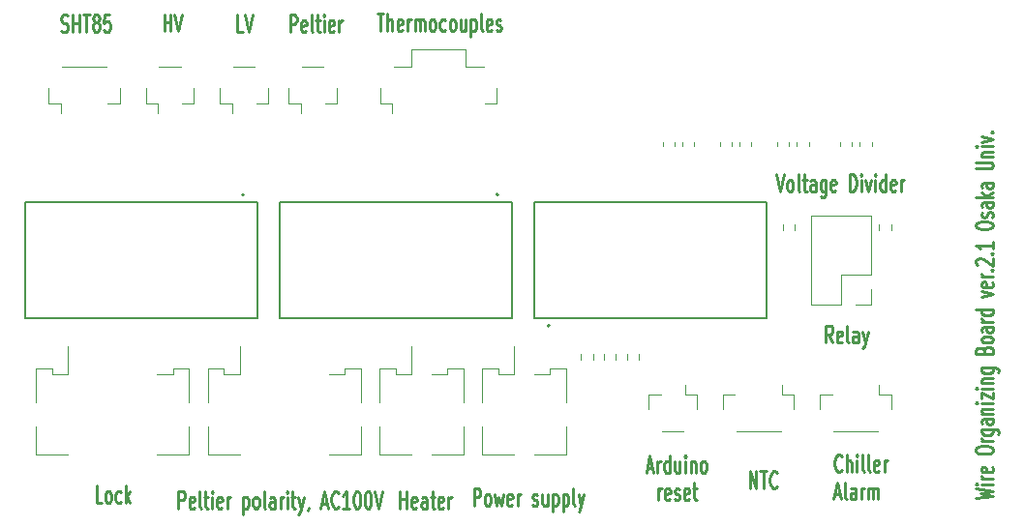
<source format=gbr>
%TF.GenerationSoftware,KiCad,Pcbnew,8.0.1*%
%TF.CreationDate,2024-10-24T15:31:50+09:00*%
%TF.ProjectId,CoolingBoxWireOrganizer,436f6f6c-696e-4674-926f-78576972654f,rev?*%
%TF.SameCoordinates,Original*%
%TF.FileFunction,Legend,Top*%
%TF.FilePolarity,Positive*%
%FSLAX46Y46*%
G04 Gerber Fmt 4.6, Leading zero omitted, Abs format (unit mm)*
G04 Created by KiCad (PCBNEW 8.0.1) date 2024-10-24 15:31:50*
%MOMM*%
%LPD*%
G01*
G04 APERTURE LIST*
%ADD10C,0.250000*%
%ADD11C,0.120000*%
%ADD12C,0.127000*%
%ADD13C,0.200000*%
G04 APERTURE END LIST*
D10*
X194049711Y-119483428D02*
X194383044Y-120983428D01*
X194383044Y-120983428D02*
X194716377Y-119483428D01*
X195192568Y-120983428D02*
X195097330Y-120912000D01*
X195097330Y-120912000D02*
X195049711Y-120840571D01*
X195049711Y-120840571D02*
X195002092Y-120697714D01*
X195002092Y-120697714D02*
X195002092Y-120269142D01*
X195002092Y-120269142D02*
X195049711Y-120126285D01*
X195049711Y-120126285D02*
X195097330Y-120054857D01*
X195097330Y-120054857D02*
X195192568Y-119983428D01*
X195192568Y-119983428D02*
X195335425Y-119983428D01*
X195335425Y-119983428D02*
X195430663Y-120054857D01*
X195430663Y-120054857D02*
X195478282Y-120126285D01*
X195478282Y-120126285D02*
X195525901Y-120269142D01*
X195525901Y-120269142D02*
X195525901Y-120697714D01*
X195525901Y-120697714D02*
X195478282Y-120840571D01*
X195478282Y-120840571D02*
X195430663Y-120912000D01*
X195430663Y-120912000D02*
X195335425Y-120983428D01*
X195335425Y-120983428D02*
X195192568Y-120983428D01*
X196097330Y-120983428D02*
X196002092Y-120912000D01*
X196002092Y-120912000D02*
X195954473Y-120769142D01*
X195954473Y-120769142D02*
X195954473Y-119483428D01*
X196335426Y-119983428D02*
X196716378Y-119983428D01*
X196478283Y-119483428D02*
X196478283Y-120769142D01*
X196478283Y-120769142D02*
X196525902Y-120912000D01*
X196525902Y-120912000D02*
X196621140Y-120983428D01*
X196621140Y-120983428D02*
X196716378Y-120983428D01*
X197478283Y-120983428D02*
X197478283Y-120197714D01*
X197478283Y-120197714D02*
X197430664Y-120054857D01*
X197430664Y-120054857D02*
X197335426Y-119983428D01*
X197335426Y-119983428D02*
X197144950Y-119983428D01*
X197144950Y-119983428D02*
X197049712Y-120054857D01*
X197478283Y-120912000D02*
X197383045Y-120983428D01*
X197383045Y-120983428D02*
X197144950Y-120983428D01*
X197144950Y-120983428D02*
X197049712Y-120912000D01*
X197049712Y-120912000D02*
X197002093Y-120769142D01*
X197002093Y-120769142D02*
X197002093Y-120626285D01*
X197002093Y-120626285D02*
X197049712Y-120483428D01*
X197049712Y-120483428D02*
X197144950Y-120412000D01*
X197144950Y-120412000D02*
X197383045Y-120412000D01*
X197383045Y-120412000D02*
X197478283Y-120340571D01*
X198383045Y-119983428D02*
X198383045Y-121197714D01*
X198383045Y-121197714D02*
X198335426Y-121340571D01*
X198335426Y-121340571D02*
X198287807Y-121412000D01*
X198287807Y-121412000D02*
X198192569Y-121483428D01*
X198192569Y-121483428D02*
X198049712Y-121483428D01*
X198049712Y-121483428D02*
X197954474Y-121412000D01*
X198383045Y-120912000D02*
X198287807Y-120983428D01*
X198287807Y-120983428D02*
X198097331Y-120983428D01*
X198097331Y-120983428D02*
X198002093Y-120912000D01*
X198002093Y-120912000D02*
X197954474Y-120840571D01*
X197954474Y-120840571D02*
X197906855Y-120697714D01*
X197906855Y-120697714D02*
X197906855Y-120269142D01*
X197906855Y-120269142D02*
X197954474Y-120126285D01*
X197954474Y-120126285D02*
X198002093Y-120054857D01*
X198002093Y-120054857D02*
X198097331Y-119983428D01*
X198097331Y-119983428D02*
X198287807Y-119983428D01*
X198287807Y-119983428D02*
X198383045Y-120054857D01*
X199240188Y-120912000D02*
X199144950Y-120983428D01*
X199144950Y-120983428D02*
X198954474Y-120983428D01*
X198954474Y-120983428D02*
X198859236Y-120912000D01*
X198859236Y-120912000D02*
X198811617Y-120769142D01*
X198811617Y-120769142D02*
X198811617Y-120197714D01*
X198811617Y-120197714D02*
X198859236Y-120054857D01*
X198859236Y-120054857D02*
X198954474Y-119983428D01*
X198954474Y-119983428D02*
X199144950Y-119983428D01*
X199144950Y-119983428D02*
X199240188Y-120054857D01*
X199240188Y-120054857D02*
X199287807Y-120197714D01*
X199287807Y-120197714D02*
X199287807Y-120340571D01*
X199287807Y-120340571D02*
X198811617Y-120483428D01*
X200478284Y-120983428D02*
X200478284Y-119483428D01*
X200478284Y-119483428D02*
X200716379Y-119483428D01*
X200716379Y-119483428D02*
X200859236Y-119554857D01*
X200859236Y-119554857D02*
X200954474Y-119697714D01*
X200954474Y-119697714D02*
X201002093Y-119840571D01*
X201002093Y-119840571D02*
X201049712Y-120126285D01*
X201049712Y-120126285D02*
X201049712Y-120340571D01*
X201049712Y-120340571D02*
X201002093Y-120626285D01*
X201002093Y-120626285D02*
X200954474Y-120769142D01*
X200954474Y-120769142D02*
X200859236Y-120912000D01*
X200859236Y-120912000D02*
X200716379Y-120983428D01*
X200716379Y-120983428D02*
X200478284Y-120983428D01*
X201478284Y-120983428D02*
X201478284Y-119983428D01*
X201478284Y-119483428D02*
X201430665Y-119554857D01*
X201430665Y-119554857D02*
X201478284Y-119626285D01*
X201478284Y-119626285D02*
X201525903Y-119554857D01*
X201525903Y-119554857D02*
X201478284Y-119483428D01*
X201478284Y-119483428D02*
X201478284Y-119626285D01*
X201859236Y-119983428D02*
X202097331Y-120983428D01*
X202097331Y-120983428D02*
X202335426Y-119983428D01*
X202716379Y-120983428D02*
X202716379Y-119983428D01*
X202716379Y-119483428D02*
X202668760Y-119554857D01*
X202668760Y-119554857D02*
X202716379Y-119626285D01*
X202716379Y-119626285D02*
X202763998Y-119554857D01*
X202763998Y-119554857D02*
X202716379Y-119483428D01*
X202716379Y-119483428D02*
X202716379Y-119626285D01*
X203621140Y-120983428D02*
X203621140Y-119483428D01*
X203621140Y-120912000D02*
X203525902Y-120983428D01*
X203525902Y-120983428D02*
X203335426Y-120983428D01*
X203335426Y-120983428D02*
X203240188Y-120912000D01*
X203240188Y-120912000D02*
X203192569Y-120840571D01*
X203192569Y-120840571D02*
X203144950Y-120697714D01*
X203144950Y-120697714D02*
X203144950Y-120269142D01*
X203144950Y-120269142D02*
X203192569Y-120126285D01*
X203192569Y-120126285D02*
X203240188Y-120054857D01*
X203240188Y-120054857D02*
X203335426Y-119983428D01*
X203335426Y-119983428D02*
X203525902Y-119983428D01*
X203525902Y-119983428D02*
X203621140Y-120054857D01*
X204478283Y-120912000D02*
X204383045Y-120983428D01*
X204383045Y-120983428D02*
X204192569Y-120983428D01*
X204192569Y-120983428D02*
X204097331Y-120912000D01*
X204097331Y-120912000D02*
X204049712Y-120769142D01*
X204049712Y-120769142D02*
X204049712Y-120197714D01*
X204049712Y-120197714D02*
X204097331Y-120054857D01*
X204097331Y-120054857D02*
X204192569Y-119983428D01*
X204192569Y-119983428D02*
X204383045Y-119983428D01*
X204383045Y-119983428D02*
X204478283Y-120054857D01*
X204478283Y-120054857D02*
X204525902Y-120197714D01*
X204525902Y-120197714D02*
X204525902Y-120340571D01*
X204525902Y-120340571D02*
X204049712Y-120483428D01*
X204954474Y-120983428D02*
X204954474Y-119983428D01*
X204954474Y-120269142D02*
X205002093Y-120126285D01*
X205002093Y-120126285D02*
X205049712Y-120054857D01*
X205049712Y-120054857D02*
X205144950Y-119983428D01*
X205144950Y-119983428D02*
X205240188Y-119983428D01*
X147398758Y-107003428D02*
X146922568Y-107003428D01*
X146922568Y-107003428D02*
X146922568Y-105503428D01*
X147589235Y-105503428D02*
X147922568Y-107003428D01*
X147922568Y-107003428D02*
X148255901Y-105503428D01*
X191722568Y-146993428D02*
X191722568Y-145493428D01*
X191722568Y-145493428D02*
X192293996Y-146993428D01*
X192293996Y-146993428D02*
X192293996Y-145493428D01*
X192627330Y-145493428D02*
X193198758Y-145493428D01*
X192913044Y-146993428D02*
X192913044Y-145493428D01*
X194103520Y-146850571D02*
X194055901Y-146922000D01*
X194055901Y-146922000D02*
X193913044Y-146993428D01*
X193913044Y-146993428D02*
X193817806Y-146993428D01*
X193817806Y-146993428D02*
X193674949Y-146922000D01*
X193674949Y-146922000D02*
X193579711Y-146779142D01*
X193579711Y-146779142D02*
X193532092Y-146636285D01*
X193532092Y-146636285D02*
X193484473Y-146350571D01*
X193484473Y-146350571D02*
X193484473Y-146136285D01*
X193484473Y-146136285D02*
X193532092Y-145850571D01*
X193532092Y-145850571D02*
X193579711Y-145707714D01*
X193579711Y-145707714D02*
X193674949Y-145564857D01*
X193674949Y-145564857D02*
X193817806Y-145493428D01*
X193817806Y-145493428D02*
X193913044Y-145493428D01*
X193913044Y-145493428D02*
X194055901Y-145564857D01*
X194055901Y-145564857D02*
X194103520Y-145636285D01*
X135048758Y-148253428D02*
X134572568Y-148253428D01*
X134572568Y-148253428D02*
X134572568Y-146753428D01*
X135524949Y-148253428D02*
X135429711Y-148182000D01*
X135429711Y-148182000D02*
X135382092Y-148110571D01*
X135382092Y-148110571D02*
X135334473Y-147967714D01*
X135334473Y-147967714D02*
X135334473Y-147539142D01*
X135334473Y-147539142D02*
X135382092Y-147396285D01*
X135382092Y-147396285D02*
X135429711Y-147324857D01*
X135429711Y-147324857D02*
X135524949Y-147253428D01*
X135524949Y-147253428D02*
X135667806Y-147253428D01*
X135667806Y-147253428D02*
X135763044Y-147324857D01*
X135763044Y-147324857D02*
X135810663Y-147396285D01*
X135810663Y-147396285D02*
X135858282Y-147539142D01*
X135858282Y-147539142D02*
X135858282Y-147967714D01*
X135858282Y-147967714D02*
X135810663Y-148110571D01*
X135810663Y-148110571D02*
X135763044Y-148182000D01*
X135763044Y-148182000D02*
X135667806Y-148253428D01*
X135667806Y-148253428D02*
X135524949Y-148253428D01*
X136715425Y-148182000D02*
X136620187Y-148253428D01*
X136620187Y-148253428D02*
X136429711Y-148253428D01*
X136429711Y-148253428D02*
X136334473Y-148182000D01*
X136334473Y-148182000D02*
X136286854Y-148110571D01*
X136286854Y-148110571D02*
X136239235Y-147967714D01*
X136239235Y-147967714D02*
X136239235Y-147539142D01*
X136239235Y-147539142D02*
X136286854Y-147396285D01*
X136286854Y-147396285D02*
X136334473Y-147324857D01*
X136334473Y-147324857D02*
X136429711Y-147253428D01*
X136429711Y-147253428D02*
X136620187Y-147253428D01*
X136620187Y-147253428D02*
X136715425Y-147324857D01*
X137143997Y-148253428D02*
X137143997Y-146753428D01*
X137239235Y-147682000D02*
X137524949Y-148253428D01*
X137524949Y-147253428D02*
X137143997Y-147824857D01*
X199773996Y-145385655D02*
X199726377Y-145457084D01*
X199726377Y-145457084D02*
X199583520Y-145528512D01*
X199583520Y-145528512D02*
X199488282Y-145528512D01*
X199488282Y-145528512D02*
X199345425Y-145457084D01*
X199345425Y-145457084D02*
X199250187Y-145314226D01*
X199250187Y-145314226D02*
X199202568Y-145171369D01*
X199202568Y-145171369D02*
X199154949Y-144885655D01*
X199154949Y-144885655D02*
X199154949Y-144671369D01*
X199154949Y-144671369D02*
X199202568Y-144385655D01*
X199202568Y-144385655D02*
X199250187Y-144242798D01*
X199250187Y-144242798D02*
X199345425Y-144099941D01*
X199345425Y-144099941D02*
X199488282Y-144028512D01*
X199488282Y-144028512D02*
X199583520Y-144028512D01*
X199583520Y-144028512D02*
X199726377Y-144099941D01*
X199726377Y-144099941D02*
X199773996Y-144171369D01*
X200202568Y-145528512D02*
X200202568Y-144028512D01*
X200631139Y-145528512D02*
X200631139Y-144742798D01*
X200631139Y-144742798D02*
X200583520Y-144599941D01*
X200583520Y-144599941D02*
X200488282Y-144528512D01*
X200488282Y-144528512D02*
X200345425Y-144528512D01*
X200345425Y-144528512D02*
X200250187Y-144599941D01*
X200250187Y-144599941D02*
X200202568Y-144671369D01*
X201107330Y-145528512D02*
X201107330Y-144528512D01*
X201107330Y-144028512D02*
X201059711Y-144099941D01*
X201059711Y-144099941D02*
X201107330Y-144171369D01*
X201107330Y-144171369D02*
X201154949Y-144099941D01*
X201154949Y-144099941D02*
X201107330Y-144028512D01*
X201107330Y-144028512D02*
X201107330Y-144171369D01*
X201726377Y-145528512D02*
X201631139Y-145457084D01*
X201631139Y-145457084D02*
X201583520Y-145314226D01*
X201583520Y-145314226D02*
X201583520Y-144028512D01*
X202250187Y-145528512D02*
X202154949Y-145457084D01*
X202154949Y-145457084D02*
X202107330Y-145314226D01*
X202107330Y-145314226D02*
X202107330Y-144028512D01*
X203012092Y-145457084D02*
X202916854Y-145528512D01*
X202916854Y-145528512D02*
X202726378Y-145528512D01*
X202726378Y-145528512D02*
X202631140Y-145457084D01*
X202631140Y-145457084D02*
X202583521Y-145314226D01*
X202583521Y-145314226D02*
X202583521Y-144742798D01*
X202583521Y-144742798D02*
X202631140Y-144599941D01*
X202631140Y-144599941D02*
X202726378Y-144528512D01*
X202726378Y-144528512D02*
X202916854Y-144528512D01*
X202916854Y-144528512D02*
X203012092Y-144599941D01*
X203012092Y-144599941D02*
X203059711Y-144742798D01*
X203059711Y-144742798D02*
X203059711Y-144885655D01*
X203059711Y-144885655D02*
X202583521Y-145028512D01*
X203488283Y-145528512D02*
X203488283Y-144528512D01*
X203488283Y-144814226D02*
X203535902Y-144671369D01*
X203535902Y-144671369D02*
X203583521Y-144599941D01*
X203583521Y-144599941D02*
X203678759Y-144528512D01*
X203678759Y-144528512D02*
X203773997Y-144528512D01*
X199154949Y-147514857D02*
X199631139Y-147514857D01*
X199059711Y-147943428D02*
X199393044Y-146443428D01*
X199393044Y-146443428D02*
X199726377Y-147943428D01*
X200202568Y-147943428D02*
X200107330Y-147872000D01*
X200107330Y-147872000D02*
X200059711Y-147729142D01*
X200059711Y-147729142D02*
X200059711Y-146443428D01*
X201012092Y-147943428D02*
X201012092Y-147157714D01*
X201012092Y-147157714D02*
X200964473Y-147014857D01*
X200964473Y-147014857D02*
X200869235Y-146943428D01*
X200869235Y-146943428D02*
X200678759Y-146943428D01*
X200678759Y-146943428D02*
X200583521Y-147014857D01*
X201012092Y-147872000D02*
X200916854Y-147943428D01*
X200916854Y-147943428D02*
X200678759Y-147943428D01*
X200678759Y-147943428D02*
X200583521Y-147872000D01*
X200583521Y-147872000D02*
X200535902Y-147729142D01*
X200535902Y-147729142D02*
X200535902Y-147586285D01*
X200535902Y-147586285D02*
X200583521Y-147443428D01*
X200583521Y-147443428D02*
X200678759Y-147372000D01*
X200678759Y-147372000D02*
X200916854Y-147372000D01*
X200916854Y-147372000D02*
X201012092Y-147300571D01*
X201488283Y-147943428D02*
X201488283Y-146943428D01*
X201488283Y-147229142D02*
X201535902Y-147086285D01*
X201535902Y-147086285D02*
X201583521Y-147014857D01*
X201583521Y-147014857D02*
X201678759Y-146943428D01*
X201678759Y-146943428D02*
X201773997Y-146943428D01*
X202107331Y-147943428D02*
X202107331Y-146943428D01*
X202107331Y-147086285D02*
X202154950Y-147014857D01*
X202154950Y-147014857D02*
X202250188Y-146943428D01*
X202250188Y-146943428D02*
X202393045Y-146943428D01*
X202393045Y-146943428D02*
X202488283Y-147014857D01*
X202488283Y-147014857D02*
X202535902Y-147157714D01*
X202535902Y-147157714D02*
X202535902Y-147943428D01*
X202535902Y-147157714D02*
X202583521Y-147014857D01*
X202583521Y-147014857D02*
X202678759Y-146943428D01*
X202678759Y-146943428D02*
X202821616Y-146943428D01*
X202821616Y-146943428D02*
X202916855Y-147014857D01*
X202916855Y-147014857D02*
X202964474Y-147157714D01*
X202964474Y-147157714D02*
X202964474Y-147943428D01*
X141752568Y-148723428D02*
X141752568Y-147223428D01*
X141752568Y-147223428D02*
X142133520Y-147223428D01*
X142133520Y-147223428D02*
X142228758Y-147294857D01*
X142228758Y-147294857D02*
X142276377Y-147366285D01*
X142276377Y-147366285D02*
X142323996Y-147509142D01*
X142323996Y-147509142D02*
X142323996Y-147723428D01*
X142323996Y-147723428D02*
X142276377Y-147866285D01*
X142276377Y-147866285D02*
X142228758Y-147937714D01*
X142228758Y-147937714D02*
X142133520Y-148009142D01*
X142133520Y-148009142D02*
X141752568Y-148009142D01*
X143133520Y-148652000D02*
X143038282Y-148723428D01*
X143038282Y-148723428D02*
X142847806Y-148723428D01*
X142847806Y-148723428D02*
X142752568Y-148652000D01*
X142752568Y-148652000D02*
X142704949Y-148509142D01*
X142704949Y-148509142D02*
X142704949Y-147937714D01*
X142704949Y-147937714D02*
X142752568Y-147794857D01*
X142752568Y-147794857D02*
X142847806Y-147723428D01*
X142847806Y-147723428D02*
X143038282Y-147723428D01*
X143038282Y-147723428D02*
X143133520Y-147794857D01*
X143133520Y-147794857D02*
X143181139Y-147937714D01*
X143181139Y-147937714D02*
X143181139Y-148080571D01*
X143181139Y-148080571D02*
X142704949Y-148223428D01*
X143752568Y-148723428D02*
X143657330Y-148652000D01*
X143657330Y-148652000D02*
X143609711Y-148509142D01*
X143609711Y-148509142D02*
X143609711Y-147223428D01*
X143990664Y-147723428D02*
X144371616Y-147723428D01*
X144133521Y-147223428D02*
X144133521Y-148509142D01*
X144133521Y-148509142D02*
X144181140Y-148652000D01*
X144181140Y-148652000D02*
X144276378Y-148723428D01*
X144276378Y-148723428D02*
X144371616Y-148723428D01*
X144704950Y-148723428D02*
X144704950Y-147723428D01*
X144704950Y-147223428D02*
X144657331Y-147294857D01*
X144657331Y-147294857D02*
X144704950Y-147366285D01*
X144704950Y-147366285D02*
X144752569Y-147294857D01*
X144752569Y-147294857D02*
X144704950Y-147223428D01*
X144704950Y-147223428D02*
X144704950Y-147366285D01*
X145562092Y-148652000D02*
X145466854Y-148723428D01*
X145466854Y-148723428D02*
X145276378Y-148723428D01*
X145276378Y-148723428D02*
X145181140Y-148652000D01*
X145181140Y-148652000D02*
X145133521Y-148509142D01*
X145133521Y-148509142D02*
X145133521Y-147937714D01*
X145133521Y-147937714D02*
X145181140Y-147794857D01*
X145181140Y-147794857D02*
X145276378Y-147723428D01*
X145276378Y-147723428D02*
X145466854Y-147723428D01*
X145466854Y-147723428D02*
X145562092Y-147794857D01*
X145562092Y-147794857D02*
X145609711Y-147937714D01*
X145609711Y-147937714D02*
X145609711Y-148080571D01*
X145609711Y-148080571D02*
X145133521Y-148223428D01*
X146038283Y-148723428D02*
X146038283Y-147723428D01*
X146038283Y-148009142D02*
X146085902Y-147866285D01*
X146085902Y-147866285D02*
X146133521Y-147794857D01*
X146133521Y-147794857D02*
X146228759Y-147723428D01*
X146228759Y-147723428D02*
X146323997Y-147723428D01*
X147419236Y-147723428D02*
X147419236Y-149223428D01*
X147419236Y-147794857D02*
X147514474Y-147723428D01*
X147514474Y-147723428D02*
X147704950Y-147723428D01*
X147704950Y-147723428D02*
X147800188Y-147794857D01*
X147800188Y-147794857D02*
X147847807Y-147866285D01*
X147847807Y-147866285D02*
X147895426Y-148009142D01*
X147895426Y-148009142D02*
X147895426Y-148437714D01*
X147895426Y-148437714D02*
X147847807Y-148580571D01*
X147847807Y-148580571D02*
X147800188Y-148652000D01*
X147800188Y-148652000D02*
X147704950Y-148723428D01*
X147704950Y-148723428D02*
X147514474Y-148723428D01*
X147514474Y-148723428D02*
X147419236Y-148652000D01*
X148466855Y-148723428D02*
X148371617Y-148652000D01*
X148371617Y-148652000D02*
X148323998Y-148580571D01*
X148323998Y-148580571D02*
X148276379Y-148437714D01*
X148276379Y-148437714D02*
X148276379Y-148009142D01*
X148276379Y-148009142D02*
X148323998Y-147866285D01*
X148323998Y-147866285D02*
X148371617Y-147794857D01*
X148371617Y-147794857D02*
X148466855Y-147723428D01*
X148466855Y-147723428D02*
X148609712Y-147723428D01*
X148609712Y-147723428D02*
X148704950Y-147794857D01*
X148704950Y-147794857D02*
X148752569Y-147866285D01*
X148752569Y-147866285D02*
X148800188Y-148009142D01*
X148800188Y-148009142D02*
X148800188Y-148437714D01*
X148800188Y-148437714D02*
X148752569Y-148580571D01*
X148752569Y-148580571D02*
X148704950Y-148652000D01*
X148704950Y-148652000D02*
X148609712Y-148723428D01*
X148609712Y-148723428D02*
X148466855Y-148723428D01*
X149371617Y-148723428D02*
X149276379Y-148652000D01*
X149276379Y-148652000D02*
X149228760Y-148509142D01*
X149228760Y-148509142D02*
X149228760Y-147223428D01*
X150181141Y-148723428D02*
X150181141Y-147937714D01*
X150181141Y-147937714D02*
X150133522Y-147794857D01*
X150133522Y-147794857D02*
X150038284Y-147723428D01*
X150038284Y-147723428D02*
X149847808Y-147723428D01*
X149847808Y-147723428D02*
X149752570Y-147794857D01*
X150181141Y-148652000D02*
X150085903Y-148723428D01*
X150085903Y-148723428D02*
X149847808Y-148723428D01*
X149847808Y-148723428D02*
X149752570Y-148652000D01*
X149752570Y-148652000D02*
X149704951Y-148509142D01*
X149704951Y-148509142D02*
X149704951Y-148366285D01*
X149704951Y-148366285D02*
X149752570Y-148223428D01*
X149752570Y-148223428D02*
X149847808Y-148152000D01*
X149847808Y-148152000D02*
X150085903Y-148152000D01*
X150085903Y-148152000D02*
X150181141Y-148080571D01*
X150657332Y-148723428D02*
X150657332Y-147723428D01*
X150657332Y-148009142D02*
X150704951Y-147866285D01*
X150704951Y-147866285D02*
X150752570Y-147794857D01*
X150752570Y-147794857D02*
X150847808Y-147723428D01*
X150847808Y-147723428D02*
X150943046Y-147723428D01*
X151276380Y-148723428D02*
X151276380Y-147723428D01*
X151276380Y-147223428D02*
X151228761Y-147294857D01*
X151228761Y-147294857D02*
X151276380Y-147366285D01*
X151276380Y-147366285D02*
X151323999Y-147294857D01*
X151323999Y-147294857D02*
X151276380Y-147223428D01*
X151276380Y-147223428D02*
X151276380Y-147366285D01*
X151609713Y-147723428D02*
X151990665Y-147723428D01*
X151752570Y-147223428D02*
X151752570Y-148509142D01*
X151752570Y-148509142D02*
X151800189Y-148652000D01*
X151800189Y-148652000D02*
X151895427Y-148723428D01*
X151895427Y-148723428D02*
X151990665Y-148723428D01*
X152228761Y-147723428D02*
X152466856Y-148723428D01*
X152704951Y-147723428D02*
X152466856Y-148723428D01*
X152466856Y-148723428D02*
X152371618Y-149080571D01*
X152371618Y-149080571D02*
X152323999Y-149152000D01*
X152323999Y-149152000D02*
X152228761Y-149223428D01*
X153133523Y-148652000D02*
X153133523Y-148723428D01*
X153133523Y-148723428D02*
X153085904Y-148866285D01*
X153085904Y-148866285D02*
X153038285Y-148937714D01*
X154276380Y-148294857D02*
X154752570Y-148294857D01*
X154181142Y-148723428D02*
X154514475Y-147223428D01*
X154514475Y-147223428D02*
X154847808Y-148723428D01*
X155752570Y-148580571D02*
X155704951Y-148652000D01*
X155704951Y-148652000D02*
X155562094Y-148723428D01*
X155562094Y-148723428D02*
X155466856Y-148723428D01*
X155466856Y-148723428D02*
X155323999Y-148652000D01*
X155323999Y-148652000D02*
X155228761Y-148509142D01*
X155228761Y-148509142D02*
X155181142Y-148366285D01*
X155181142Y-148366285D02*
X155133523Y-148080571D01*
X155133523Y-148080571D02*
X155133523Y-147866285D01*
X155133523Y-147866285D02*
X155181142Y-147580571D01*
X155181142Y-147580571D02*
X155228761Y-147437714D01*
X155228761Y-147437714D02*
X155323999Y-147294857D01*
X155323999Y-147294857D02*
X155466856Y-147223428D01*
X155466856Y-147223428D02*
X155562094Y-147223428D01*
X155562094Y-147223428D02*
X155704951Y-147294857D01*
X155704951Y-147294857D02*
X155752570Y-147366285D01*
X156704951Y-148723428D02*
X156133523Y-148723428D01*
X156419237Y-148723428D02*
X156419237Y-147223428D01*
X156419237Y-147223428D02*
X156323999Y-147437714D01*
X156323999Y-147437714D02*
X156228761Y-147580571D01*
X156228761Y-147580571D02*
X156133523Y-147652000D01*
X157323999Y-147223428D02*
X157419237Y-147223428D01*
X157419237Y-147223428D02*
X157514475Y-147294857D01*
X157514475Y-147294857D02*
X157562094Y-147366285D01*
X157562094Y-147366285D02*
X157609713Y-147509142D01*
X157609713Y-147509142D02*
X157657332Y-147794857D01*
X157657332Y-147794857D02*
X157657332Y-148152000D01*
X157657332Y-148152000D02*
X157609713Y-148437714D01*
X157609713Y-148437714D02*
X157562094Y-148580571D01*
X157562094Y-148580571D02*
X157514475Y-148652000D01*
X157514475Y-148652000D02*
X157419237Y-148723428D01*
X157419237Y-148723428D02*
X157323999Y-148723428D01*
X157323999Y-148723428D02*
X157228761Y-148652000D01*
X157228761Y-148652000D02*
X157181142Y-148580571D01*
X157181142Y-148580571D02*
X157133523Y-148437714D01*
X157133523Y-148437714D02*
X157085904Y-148152000D01*
X157085904Y-148152000D02*
X157085904Y-147794857D01*
X157085904Y-147794857D02*
X157133523Y-147509142D01*
X157133523Y-147509142D02*
X157181142Y-147366285D01*
X157181142Y-147366285D02*
X157228761Y-147294857D01*
X157228761Y-147294857D02*
X157323999Y-147223428D01*
X158276380Y-147223428D02*
X158371618Y-147223428D01*
X158371618Y-147223428D02*
X158466856Y-147294857D01*
X158466856Y-147294857D02*
X158514475Y-147366285D01*
X158514475Y-147366285D02*
X158562094Y-147509142D01*
X158562094Y-147509142D02*
X158609713Y-147794857D01*
X158609713Y-147794857D02*
X158609713Y-148152000D01*
X158609713Y-148152000D02*
X158562094Y-148437714D01*
X158562094Y-148437714D02*
X158514475Y-148580571D01*
X158514475Y-148580571D02*
X158466856Y-148652000D01*
X158466856Y-148652000D02*
X158371618Y-148723428D01*
X158371618Y-148723428D02*
X158276380Y-148723428D01*
X158276380Y-148723428D02*
X158181142Y-148652000D01*
X158181142Y-148652000D02*
X158133523Y-148580571D01*
X158133523Y-148580571D02*
X158085904Y-148437714D01*
X158085904Y-148437714D02*
X158038285Y-148152000D01*
X158038285Y-148152000D02*
X158038285Y-147794857D01*
X158038285Y-147794857D02*
X158085904Y-147509142D01*
X158085904Y-147509142D02*
X158133523Y-147366285D01*
X158133523Y-147366285D02*
X158181142Y-147294857D01*
X158181142Y-147294857D02*
X158276380Y-147223428D01*
X158895428Y-147223428D02*
X159228761Y-148723428D01*
X159228761Y-148723428D02*
X159562094Y-147223428D01*
X211503428Y-147852669D02*
X213003428Y-147614574D01*
X213003428Y-147614574D02*
X211932000Y-147424098D01*
X211932000Y-147424098D02*
X213003428Y-147233622D01*
X213003428Y-147233622D02*
X211503428Y-146995527D01*
X213003428Y-146614574D02*
X212003428Y-146614574D01*
X211503428Y-146614574D02*
X211574857Y-146662193D01*
X211574857Y-146662193D02*
X211646285Y-146614574D01*
X211646285Y-146614574D02*
X211574857Y-146566955D01*
X211574857Y-146566955D02*
X211503428Y-146614574D01*
X211503428Y-146614574D02*
X211646285Y-146614574D01*
X213003428Y-146138384D02*
X212003428Y-146138384D01*
X212289142Y-146138384D02*
X212146285Y-146090765D01*
X212146285Y-146090765D02*
X212074857Y-146043146D01*
X212074857Y-146043146D02*
X212003428Y-145947908D01*
X212003428Y-145947908D02*
X212003428Y-145852670D01*
X212932000Y-145138384D02*
X213003428Y-145233622D01*
X213003428Y-145233622D02*
X213003428Y-145424098D01*
X213003428Y-145424098D02*
X212932000Y-145519336D01*
X212932000Y-145519336D02*
X212789142Y-145566955D01*
X212789142Y-145566955D02*
X212217714Y-145566955D01*
X212217714Y-145566955D02*
X212074857Y-145519336D01*
X212074857Y-145519336D02*
X212003428Y-145424098D01*
X212003428Y-145424098D02*
X212003428Y-145233622D01*
X212003428Y-145233622D02*
X212074857Y-145138384D01*
X212074857Y-145138384D02*
X212217714Y-145090765D01*
X212217714Y-145090765D02*
X212360571Y-145090765D01*
X212360571Y-145090765D02*
X212503428Y-145566955D01*
X211503428Y-143709812D02*
X211503428Y-143519336D01*
X211503428Y-143519336D02*
X211574857Y-143424098D01*
X211574857Y-143424098D02*
X211717714Y-143328860D01*
X211717714Y-143328860D02*
X212003428Y-143281241D01*
X212003428Y-143281241D02*
X212503428Y-143281241D01*
X212503428Y-143281241D02*
X212789142Y-143328860D01*
X212789142Y-143328860D02*
X212932000Y-143424098D01*
X212932000Y-143424098D02*
X213003428Y-143519336D01*
X213003428Y-143519336D02*
X213003428Y-143709812D01*
X213003428Y-143709812D02*
X212932000Y-143805050D01*
X212932000Y-143805050D02*
X212789142Y-143900288D01*
X212789142Y-143900288D02*
X212503428Y-143947907D01*
X212503428Y-143947907D02*
X212003428Y-143947907D01*
X212003428Y-143947907D02*
X211717714Y-143900288D01*
X211717714Y-143900288D02*
X211574857Y-143805050D01*
X211574857Y-143805050D02*
X211503428Y-143709812D01*
X213003428Y-142852669D02*
X212003428Y-142852669D01*
X212289142Y-142852669D02*
X212146285Y-142805050D01*
X212146285Y-142805050D02*
X212074857Y-142757431D01*
X212074857Y-142757431D02*
X212003428Y-142662193D01*
X212003428Y-142662193D02*
X212003428Y-142566955D01*
X212003428Y-141805050D02*
X213217714Y-141805050D01*
X213217714Y-141805050D02*
X213360571Y-141852669D01*
X213360571Y-141852669D02*
X213432000Y-141900288D01*
X213432000Y-141900288D02*
X213503428Y-141995526D01*
X213503428Y-141995526D02*
X213503428Y-142138383D01*
X213503428Y-142138383D02*
X213432000Y-142233621D01*
X212932000Y-141805050D02*
X213003428Y-141900288D01*
X213003428Y-141900288D02*
X213003428Y-142090764D01*
X213003428Y-142090764D02*
X212932000Y-142186002D01*
X212932000Y-142186002D02*
X212860571Y-142233621D01*
X212860571Y-142233621D02*
X212717714Y-142281240D01*
X212717714Y-142281240D02*
X212289142Y-142281240D01*
X212289142Y-142281240D02*
X212146285Y-142233621D01*
X212146285Y-142233621D02*
X212074857Y-142186002D01*
X212074857Y-142186002D02*
X212003428Y-142090764D01*
X212003428Y-142090764D02*
X212003428Y-141900288D01*
X212003428Y-141900288D02*
X212074857Y-141805050D01*
X213003428Y-140900288D02*
X212217714Y-140900288D01*
X212217714Y-140900288D02*
X212074857Y-140947907D01*
X212074857Y-140947907D02*
X212003428Y-141043145D01*
X212003428Y-141043145D02*
X212003428Y-141233621D01*
X212003428Y-141233621D02*
X212074857Y-141328859D01*
X212932000Y-140900288D02*
X213003428Y-140995526D01*
X213003428Y-140995526D02*
X213003428Y-141233621D01*
X213003428Y-141233621D02*
X212932000Y-141328859D01*
X212932000Y-141328859D02*
X212789142Y-141376478D01*
X212789142Y-141376478D02*
X212646285Y-141376478D01*
X212646285Y-141376478D02*
X212503428Y-141328859D01*
X212503428Y-141328859D02*
X212432000Y-141233621D01*
X212432000Y-141233621D02*
X212432000Y-140995526D01*
X212432000Y-140995526D02*
X212360571Y-140900288D01*
X212003428Y-140424097D02*
X213003428Y-140424097D01*
X212146285Y-140424097D02*
X212074857Y-140376478D01*
X212074857Y-140376478D02*
X212003428Y-140281240D01*
X212003428Y-140281240D02*
X212003428Y-140138383D01*
X212003428Y-140138383D02*
X212074857Y-140043145D01*
X212074857Y-140043145D02*
X212217714Y-139995526D01*
X212217714Y-139995526D02*
X213003428Y-139995526D01*
X213003428Y-139519335D02*
X212003428Y-139519335D01*
X211503428Y-139519335D02*
X211574857Y-139566954D01*
X211574857Y-139566954D02*
X211646285Y-139519335D01*
X211646285Y-139519335D02*
X211574857Y-139471716D01*
X211574857Y-139471716D02*
X211503428Y-139519335D01*
X211503428Y-139519335D02*
X211646285Y-139519335D01*
X212003428Y-139138383D02*
X212003428Y-138614574D01*
X212003428Y-138614574D02*
X213003428Y-139138383D01*
X213003428Y-139138383D02*
X213003428Y-138614574D01*
X213003428Y-138233621D02*
X212003428Y-138233621D01*
X211503428Y-138233621D02*
X211574857Y-138281240D01*
X211574857Y-138281240D02*
X211646285Y-138233621D01*
X211646285Y-138233621D02*
X211574857Y-138186002D01*
X211574857Y-138186002D02*
X211503428Y-138233621D01*
X211503428Y-138233621D02*
X211646285Y-138233621D01*
X212003428Y-137757431D02*
X213003428Y-137757431D01*
X212146285Y-137757431D02*
X212074857Y-137709812D01*
X212074857Y-137709812D02*
X212003428Y-137614574D01*
X212003428Y-137614574D02*
X212003428Y-137471717D01*
X212003428Y-137471717D02*
X212074857Y-137376479D01*
X212074857Y-137376479D02*
X212217714Y-137328860D01*
X212217714Y-137328860D02*
X213003428Y-137328860D01*
X212003428Y-136424098D02*
X213217714Y-136424098D01*
X213217714Y-136424098D02*
X213360571Y-136471717D01*
X213360571Y-136471717D02*
X213432000Y-136519336D01*
X213432000Y-136519336D02*
X213503428Y-136614574D01*
X213503428Y-136614574D02*
X213503428Y-136757431D01*
X213503428Y-136757431D02*
X213432000Y-136852669D01*
X212932000Y-136424098D02*
X213003428Y-136519336D01*
X213003428Y-136519336D02*
X213003428Y-136709812D01*
X213003428Y-136709812D02*
X212932000Y-136805050D01*
X212932000Y-136805050D02*
X212860571Y-136852669D01*
X212860571Y-136852669D02*
X212717714Y-136900288D01*
X212717714Y-136900288D02*
X212289142Y-136900288D01*
X212289142Y-136900288D02*
X212146285Y-136852669D01*
X212146285Y-136852669D02*
X212074857Y-136805050D01*
X212074857Y-136805050D02*
X212003428Y-136709812D01*
X212003428Y-136709812D02*
X212003428Y-136519336D01*
X212003428Y-136519336D02*
X212074857Y-136424098D01*
X212217714Y-134852669D02*
X212289142Y-134709812D01*
X212289142Y-134709812D02*
X212360571Y-134662193D01*
X212360571Y-134662193D02*
X212503428Y-134614574D01*
X212503428Y-134614574D02*
X212717714Y-134614574D01*
X212717714Y-134614574D02*
X212860571Y-134662193D01*
X212860571Y-134662193D02*
X212932000Y-134709812D01*
X212932000Y-134709812D02*
X213003428Y-134805050D01*
X213003428Y-134805050D02*
X213003428Y-135186002D01*
X213003428Y-135186002D02*
X211503428Y-135186002D01*
X211503428Y-135186002D02*
X211503428Y-134852669D01*
X211503428Y-134852669D02*
X211574857Y-134757431D01*
X211574857Y-134757431D02*
X211646285Y-134709812D01*
X211646285Y-134709812D02*
X211789142Y-134662193D01*
X211789142Y-134662193D02*
X211932000Y-134662193D01*
X211932000Y-134662193D02*
X212074857Y-134709812D01*
X212074857Y-134709812D02*
X212146285Y-134757431D01*
X212146285Y-134757431D02*
X212217714Y-134852669D01*
X212217714Y-134852669D02*
X212217714Y-135186002D01*
X213003428Y-134043145D02*
X212932000Y-134138383D01*
X212932000Y-134138383D02*
X212860571Y-134186002D01*
X212860571Y-134186002D02*
X212717714Y-134233621D01*
X212717714Y-134233621D02*
X212289142Y-134233621D01*
X212289142Y-134233621D02*
X212146285Y-134186002D01*
X212146285Y-134186002D02*
X212074857Y-134138383D01*
X212074857Y-134138383D02*
X212003428Y-134043145D01*
X212003428Y-134043145D02*
X212003428Y-133900288D01*
X212003428Y-133900288D02*
X212074857Y-133805050D01*
X212074857Y-133805050D02*
X212146285Y-133757431D01*
X212146285Y-133757431D02*
X212289142Y-133709812D01*
X212289142Y-133709812D02*
X212717714Y-133709812D01*
X212717714Y-133709812D02*
X212860571Y-133757431D01*
X212860571Y-133757431D02*
X212932000Y-133805050D01*
X212932000Y-133805050D02*
X213003428Y-133900288D01*
X213003428Y-133900288D02*
X213003428Y-134043145D01*
X213003428Y-132852669D02*
X212217714Y-132852669D01*
X212217714Y-132852669D02*
X212074857Y-132900288D01*
X212074857Y-132900288D02*
X212003428Y-132995526D01*
X212003428Y-132995526D02*
X212003428Y-133186002D01*
X212003428Y-133186002D02*
X212074857Y-133281240D01*
X212932000Y-132852669D02*
X213003428Y-132947907D01*
X213003428Y-132947907D02*
X213003428Y-133186002D01*
X213003428Y-133186002D02*
X212932000Y-133281240D01*
X212932000Y-133281240D02*
X212789142Y-133328859D01*
X212789142Y-133328859D02*
X212646285Y-133328859D01*
X212646285Y-133328859D02*
X212503428Y-133281240D01*
X212503428Y-133281240D02*
X212432000Y-133186002D01*
X212432000Y-133186002D02*
X212432000Y-132947907D01*
X212432000Y-132947907D02*
X212360571Y-132852669D01*
X213003428Y-132376478D02*
X212003428Y-132376478D01*
X212289142Y-132376478D02*
X212146285Y-132328859D01*
X212146285Y-132328859D02*
X212074857Y-132281240D01*
X212074857Y-132281240D02*
X212003428Y-132186002D01*
X212003428Y-132186002D02*
X212003428Y-132090764D01*
X213003428Y-131328859D02*
X211503428Y-131328859D01*
X212932000Y-131328859D02*
X213003428Y-131424097D01*
X213003428Y-131424097D02*
X213003428Y-131614573D01*
X213003428Y-131614573D02*
X212932000Y-131709811D01*
X212932000Y-131709811D02*
X212860571Y-131757430D01*
X212860571Y-131757430D02*
X212717714Y-131805049D01*
X212717714Y-131805049D02*
X212289142Y-131805049D01*
X212289142Y-131805049D02*
X212146285Y-131757430D01*
X212146285Y-131757430D02*
X212074857Y-131709811D01*
X212074857Y-131709811D02*
X212003428Y-131614573D01*
X212003428Y-131614573D02*
X212003428Y-131424097D01*
X212003428Y-131424097D02*
X212074857Y-131328859D01*
X212003428Y-130186001D02*
X213003428Y-129947906D01*
X213003428Y-129947906D02*
X212003428Y-129709811D01*
X212932000Y-128947906D02*
X213003428Y-129043144D01*
X213003428Y-129043144D02*
X213003428Y-129233620D01*
X213003428Y-129233620D02*
X212932000Y-129328858D01*
X212932000Y-129328858D02*
X212789142Y-129376477D01*
X212789142Y-129376477D02*
X212217714Y-129376477D01*
X212217714Y-129376477D02*
X212074857Y-129328858D01*
X212074857Y-129328858D02*
X212003428Y-129233620D01*
X212003428Y-129233620D02*
X212003428Y-129043144D01*
X212003428Y-129043144D02*
X212074857Y-128947906D01*
X212074857Y-128947906D02*
X212217714Y-128900287D01*
X212217714Y-128900287D02*
X212360571Y-128900287D01*
X212360571Y-128900287D02*
X212503428Y-129376477D01*
X213003428Y-128471715D02*
X212003428Y-128471715D01*
X212289142Y-128471715D02*
X212146285Y-128424096D01*
X212146285Y-128424096D02*
X212074857Y-128376477D01*
X212074857Y-128376477D02*
X212003428Y-128281239D01*
X212003428Y-128281239D02*
X212003428Y-128186001D01*
X212860571Y-127852667D02*
X212932000Y-127805048D01*
X212932000Y-127805048D02*
X213003428Y-127852667D01*
X213003428Y-127852667D02*
X212932000Y-127900286D01*
X212932000Y-127900286D02*
X212860571Y-127852667D01*
X212860571Y-127852667D02*
X213003428Y-127852667D01*
X211646285Y-127424096D02*
X211574857Y-127376477D01*
X211574857Y-127376477D02*
X211503428Y-127281239D01*
X211503428Y-127281239D02*
X211503428Y-127043144D01*
X211503428Y-127043144D02*
X211574857Y-126947906D01*
X211574857Y-126947906D02*
X211646285Y-126900287D01*
X211646285Y-126900287D02*
X211789142Y-126852668D01*
X211789142Y-126852668D02*
X211932000Y-126852668D01*
X211932000Y-126852668D02*
X212146285Y-126900287D01*
X212146285Y-126900287D02*
X213003428Y-127471715D01*
X213003428Y-127471715D02*
X213003428Y-126852668D01*
X212860571Y-126424096D02*
X212932000Y-126376477D01*
X212932000Y-126376477D02*
X213003428Y-126424096D01*
X213003428Y-126424096D02*
X212932000Y-126471715D01*
X212932000Y-126471715D02*
X212860571Y-126424096D01*
X212860571Y-126424096D02*
X213003428Y-126424096D01*
X213003428Y-125424097D02*
X213003428Y-125995525D01*
X213003428Y-125709811D02*
X211503428Y-125709811D01*
X211503428Y-125709811D02*
X211717714Y-125805049D01*
X211717714Y-125805049D02*
X211860571Y-125900287D01*
X211860571Y-125900287D02*
X211932000Y-125995525D01*
X211503428Y-124043144D02*
X211503428Y-123852668D01*
X211503428Y-123852668D02*
X211574857Y-123757430D01*
X211574857Y-123757430D02*
X211717714Y-123662192D01*
X211717714Y-123662192D02*
X212003428Y-123614573D01*
X212003428Y-123614573D02*
X212503428Y-123614573D01*
X212503428Y-123614573D02*
X212789142Y-123662192D01*
X212789142Y-123662192D02*
X212932000Y-123757430D01*
X212932000Y-123757430D02*
X213003428Y-123852668D01*
X213003428Y-123852668D02*
X213003428Y-124043144D01*
X213003428Y-124043144D02*
X212932000Y-124138382D01*
X212932000Y-124138382D02*
X212789142Y-124233620D01*
X212789142Y-124233620D02*
X212503428Y-124281239D01*
X212503428Y-124281239D02*
X212003428Y-124281239D01*
X212003428Y-124281239D02*
X211717714Y-124233620D01*
X211717714Y-124233620D02*
X211574857Y-124138382D01*
X211574857Y-124138382D02*
X211503428Y-124043144D01*
X212932000Y-123233620D02*
X213003428Y-123138382D01*
X213003428Y-123138382D02*
X213003428Y-122947906D01*
X213003428Y-122947906D02*
X212932000Y-122852668D01*
X212932000Y-122852668D02*
X212789142Y-122805049D01*
X212789142Y-122805049D02*
X212717714Y-122805049D01*
X212717714Y-122805049D02*
X212574857Y-122852668D01*
X212574857Y-122852668D02*
X212503428Y-122947906D01*
X212503428Y-122947906D02*
X212503428Y-123090763D01*
X212503428Y-123090763D02*
X212432000Y-123186001D01*
X212432000Y-123186001D02*
X212289142Y-123233620D01*
X212289142Y-123233620D02*
X212217714Y-123233620D01*
X212217714Y-123233620D02*
X212074857Y-123186001D01*
X212074857Y-123186001D02*
X212003428Y-123090763D01*
X212003428Y-123090763D02*
X212003428Y-122947906D01*
X212003428Y-122947906D02*
X212074857Y-122852668D01*
X213003428Y-121947906D02*
X212217714Y-121947906D01*
X212217714Y-121947906D02*
X212074857Y-121995525D01*
X212074857Y-121995525D02*
X212003428Y-122090763D01*
X212003428Y-122090763D02*
X212003428Y-122281239D01*
X212003428Y-122281239D02*
X212074857Y-122376477D01*
X212932000Y-121947906D02*
X213003428Y-122043144D01*
X213003428Y-122043144D02*
X213003428Y-122281239D01*
X213003428Y-122281239D02*
X212932000Y-122376477D01*
X212932000Y-122376477D02*
X212789142Y-122424096D01*
X212789142Y-122424096D02*
X212646285Y-122424096D01*
X212646285Y-122424096D02*
X212503428Y-122376477D01*
X212503428Y-122376477D02*
X212432000Y-122281239D01*
X212432000Y-122281239D02*
X212432000Y-122043144D01*
X212432000Y-122043144D02*
X212360571Y-121947906D01*
X213003428Y-121471715D02*
X211503428Y-121471715D01*
X212432000Y-121376477D02*
X213003428Y-121090763D01*
X212003428Y-121090763D02*
X212574857Y-121471715D01*
X213003428Y-120233620D02*
X212217714Y-120233620D01*
X212217714Y-120233620D02*
X212074857Y-120281239D01*
X212074857Y-120281239D02*
X212003428Y-120376477D01*
X212003428Y-120376477D02*
X212003428Y-120566953D01*
X212003428Y-120566953D02*
X212074857Y-120662191D01*
X212932000Y-120233620D02*
X213003428Y-120328858D01*
X213003428Y-120328858D02*
X213003428Y-120566953D01*
X213003428Y-120566953D02*
X212932000Y-120662191D01*
X212932000Y-120662191D02*
X212789142Y-120709810D01*
X212789142Y-120709810D02*
X212646285Y-120709810D01*
X212646285Y-120709810D02*
X212503428Y-120662191D01*
X212503428Y-120662191D02*
X212432000Y-120566953D01*
X212432000Y-120566953D02*
X212432000Y-120328858D01*
X212432000Y-120328858D02*
X212360571Y-120233620D01*
X211503428Y-118995524D02*
X212717714Y-118995524D01*
X212717714Y-118995524D02*
X212860571Y-118947905D01*
X212860571Y-118947905D02*
X212932000Y-118900286D01*
X212932000Y-118900286D02*
X213003428Y-118805048D01*
X213003428Y-118805048D02*
X213003428Y-118614572D01*
X213003428Y-118614572D02*
X212932000Y-118519334D01*
X212932000Y-118519334D02*
X212860571Y-118471715D01*
X212860571Y-118471715D02*
X212717714Y-118424096D01*
X212717714Y-118424096D02*
X211503428Y-118424096D01*
X212003428Y-117947905D02*
X213003428Y-117947905D01*
X212146285Y-117947905D02*
X212074857Y-117900286D01*
X212074857Y-117900286D02*
X212003428Y-117805048D01*
X212003428Y-117805048D02*
X212003428Y-117662191D01*
X212003428Y-117662191D02*
X212074857Y-117566953D01*
X212074857Y-117566953D02*
X212217714Y-117519334D01*
X212217714Y-117519334D02*
X213003428Y-117519334D01*
X213003428Y-117043143D02*
X212003428Y-117043143D01*
X211503428Y-117043143D02*
X211574857Y-117090762D01*
X211574857Y-117090762D02*
X211646285Y-117043143D01*
X211646285Y-117043143D02*
X211574857Y-116995524D01*
X211574857Y-116995524D02*
X211503428Y-117043143D01*
X211503428Y-117043143D02*
X211646285Y-117043143D01*
X212003428Y-116662191D02*
X213003428Y-116424096D01*
X213003428Y-116424096D02*
X212003428Y-116186001D01*
X212860571Y-115805048D02*
X212932000Y-115757429D01*
X212932000Y-115757429D02*
X213003428Y-115805048D01*
X213003428Y-115805048D02*
X212932000Y-115852667D01*
X212932000Y-115852667D02*
X212860571Y-115805048D01*
X212860571Y-115805048D02*
X213003428Y-115805048D01*
X161142568Y-148723428D02*
X161142568Y-147223428D01*
X161142568Y-147937714D02*
X161713996Y-147937714D01*
X161713996Y-148723428D02*
X161713996Y-147223428D01*
X162571139Y-148652000D02*
X162475901Y-148723428D01*
X162475901Y-148723428D02*
X162285425Y-148723428D01*
X162285425Y-148723428D02*
X162190187Y-148652000D01*
X162190187Y-148652000D02*
X162142568Y-148509142D01*
X162142568Y-148509142D02*
X162142568Y-147937714D01*
X162142568Y-147937714D02*
X162190187Y-147794857D01*
X162190187Y-147794857D02*
X162285425Y-147723428D01*
X162285425Y-147723428D02*
X162475901Y-147723428D01*
X162475901Y-147723428D02*
X162571139Y-147794857D01*
X162571139Y-147794857D02*
X162618758Y-147937714D01*
X162618758Y-147937714D02*
X162618758Y-148080571D01*
X162618758Y-148080571D02*
X162142568Y-148223428D01*
X163475901Y-148723428D02*
X163475901Y-147937714D01*
X163475901Y-147937714D02*
X163428282Y-147794857D01*
X163428282Y-147794857D02*
X163333044Y-147723428D01*
X163333044Y-147723428D02*
X163142568Y-147723428D01*
X163142568Y-147723428D02*
X163047330Y-147794857D01*
X163475901Y-148652000D02*
X163380663Y-148723428D01*
X163380663Y-148723428D02*
X163142568Y-148723428D01*
X163142568Y-148723428D02*
X163047330Y-148652000D01*
X163047330Y-148652000D02*
X162999711Y-148509142D01*
X162999711Y-148509142D02*
X162999711Y-148366285D01*
X162999711Y-148366285D02*
X163047330Y-148223428D01*
X163047330Y-148223428D02*
X163142568Y-148152000D01*
X163142568Y-148152000D02*
X163380663Y-148152000D01*
X163380663Y-148152000D02*
X163475901Y-148080571D01*
X163809235Y-147723428D02*
X164190187Y-147723428D01*
X163952092Y-147223428D02*
X163952092Y-148509142D01*
X163952092Y-148509142D02*
X163999711Y-148652000D01*
X163999711Y-148652000D02*
X164094949Y-148723428D01*
X164094949Y-148723428D02*
X164190187Y-148723428D01*
X164904473Y-148652000D02*
X164809235Y-148723428D01*
X164809235Y-148723428D02*
X164618759Y-148723428D01*
X164618759Y-148723428D02*
X164523521Y-148652000D01*
X164523521Y-148652000D02*
X164475902Y-148509142D01*
X164475902Y-148509142D02*
X164475902Y-147937714D01*
X164475902Y-147937714D02*
X164523521Y-147794857D01*
X164523521Y-147794857D02*
X164618759Y-147723428D01*
X164618759Y-147723428D02*
X164809235Y-147723428D01*
X164809235Y-147723428D02*
X164904473Y-147794857D01*
X164904473Y-147794857D02*
X164952092Y-147937714D01*
X164952092Y-147937714D02*
X164952092Y-148080571D01*
X164952092Y-148080571D02*
X164475902Y-148223428D01*
X165380664Y-148723428D02*
X165380664Y-147723428D01*
X165380664Y-148009142D02*
X165428283Y-147866285D01*
X165428283Y-147866285D02*
X165475902Y-147794857D01*
X165475902Y-147794857D02*
X165571140Y-147723428D01*
X165571140Y-147723428D02*
X165666378Y-147723428D01*
X151522568Y-107033428D02*
X151522568Y-105533428D01*
X151522568Y-105533428D02*
X151903520Y-105533428D01*
X151903520Y-105533428D02*
X151998758Y-105604857D01*
X151998758Y-105604857D02*
X152046377Y-105676285D01*
X152046377Y-105676285D02*
X152093996Y-105819142D01*
X152093996Y-105819142D02*
X152093996Y-106033428D01*
X152093996Y-106033428D02*
X152046377Y-106176285D01*
X152046377Y-106176285D02*
X151998758Y-106247714D01*
X151998758Y-106247714D02*
X151903520Y-106319142D01*
X151903520Y-106319142D02*
X151522568Y-106319142D01*
X152903520Y-106962000D02*
X152808282Y-107033428D01*
X152808282Y-107033428D02*
X152617806Y-107033428D01*
X152617806Y-107033428D02*
X152522568Y-106962000D01*
X152522568Y-106962000D02*
X152474949Y-106819142D01*
X152474949Y-106819142D02*
X152474949Y-106247714D01*
X152474949Y-106247714D02*
X152522568Y-106104857D01*
X152522568Y-106104857D02*
X152617806Y-106033428D01*
X152617806Y-106033428D02*
X152808282Y-106033428D01*
X152808282Y-106033428D02*
X152903520Y-106104857D01*
X152903520Y-106104857D02*
X152951139Y-106247714D01*
X152951139Y-106247714D02*
X152951139Y-106390571D01*
X152951139Y-106390571D02*
X152474949Y-106533428D01*
X153522568Y-107033428D02*
X153427330Y-106962000D01*
X153427330Y-106962000D02*
X153379711Y-106819142D01*
X153379711Y-106819142D02*
X153379711Y-105533428D01*
X153760664Y-106033428D02*
X154141616Y-106033428D01*
X153903521Y-105533428D02*
X153903521Y-106819142D01*
X153903521Y-106819142D02*
X153951140Y-106962000D01*
X153951140Y-106962000D02*
X154046378Y-107033428D01*
X154046378Y-107033428D02*
X154141616Y-107033428D01*
X154474950Y-107033428D02*
X154474950Y-106033428D01*
X154474950Y-105533428D02*
X154427331Y-105604857D01*
X154427331Y-105604857D02*
X154474950Y-105676285D01*
X154474950Y-105676285D02*
X154522569Y-105604857D01*
X154522569Y-105604857D02*
X154474950Y-105533428D01*
X154474950Y-105533428D02*
X154474950Y-105676285D01*
X155332092Y-106962000D02*
X155236854Y-107033428D01*
X155236854Y-107033428D02*
X155046378Y-107033428D01*
X155046378Y-107033428D02*
X154951140Y-106962000D01*
X154951140Y-106962000D02*
X154903521Y-106819142D01*
X154903521Y-106819142D02*
X154903521Y-106247714D01*
X154903521Y-106247714D02*
X154951140Y-106104857D01*
X154951140Y-106104857D02*
X155046378Y-106033428D01*
X155046378Y-106033428D02*
X155236854Y-106033428D01*
X155236854Y-106033428D02*
X155332092Y-106104857D01*
X155332092Y-106104857D02*
X155379711Y-106247714D01*
X155379711Y-106247714D02*
X155379711Y-106390571D01*
X155379711Y-106390571D02*
X154903521Y-106533428D01*
X155808283Y-107033428D02*
X155808283Y-106033428D01*
X155808283Y-106319142D02*
X155855902Y-106176285D01*
X155855902Y-106176285D02*
X155903521Y-106104857D01*
X155903521Y-106104857D02*
X155998759Y-106033428D01*
X155998759Y-106033428D02*
X156093997Y-106033428D01*
X140502568Y-106973428D02*
X140502568Y-105473428D01*
X140502568Y-106187714D02*
X141073996Y-106187714D01*
X141073996Y-106973428D02*
X141073996Y-105473428D01*
X141407330Y-105473428D02*
X141740663Y-106973428D01*
X141740663Y-106973428D02*
X142073996Y-105473428D01*
X167592568Y-148473428D02*
X167592568Y-146973428D01*
X167592568Y-146973428D02*
X167973520Y-146973428D01*
X167973520Y-146973428D02*
X168068758Y-147044857D01*
X168068758Y-147044857D02*
X168116377Y-147116285D01*
X168116377Y-147116285D02*
X168163996Y-147259142D01*
X168163996Y-147259142D02*
X168163996Y-147473428D01*
X168163996Y-147473428D02*
X168116377Y-147616285D01*
X168116377Y-147616285D02*
X168068758Y-147687714D01*
X168068758Y-147687714D02*
X167973520Y-147759142D01*
X167973520Y-147759142D02*
X167592568Y-147759142D01*
X168735425Y-148473428D02*
X168640187Y-148402000D01*
X168640187Y-148402000D02*
X168592568Y-148330571D01*
X168592568Y-148330571D02*
X168544949Y-148187714D01*
X168544949Y-148187714D02*
X168544949Y-147759142D01*
X168544949Y-147759142D02*
X168592568Y-147616285D01*
X168592568Y-147616285D02*
X168640187Y-147544857D01*
X168640187Y-147544857D02*
X168735425Y-147473428D01*
X168735425Y-147473428D02*
X168878282Y-147473428D01*
X168878282Y-147473428D02*
X168973520Y-147544857D01*
X168973520Y-147544857D02*
X169021139Y-147616285D01*
X169021139Y-147616285D02*
X169068758Y-147759142D01*
X169068758Y-147759142D02*
X169068758Y-148187714D01*
X169068758Y-148187714D02*
X169021139Y-148330571D01*
X169021139Y-148330571D02*
X168973520Y-148402000D01*
X168973520Y-148402000D02*
X168878282Y-148473428D01*
X168878282Y-148473428D02*
X168735425Y-148473428D01*
X169402092Y-147473428D02*
X169592568Y-148473428D01*
X169592568Y-148473428D02*
X169783044Y-147759142D01*
X169783044Y-147759142D02*
X169973520Y-148473428D01*
X169973520Y-148473428D02*
X170163996Y-147473428D01*
X170925901Y-148402000D02*
X170830663Y-148473428D01*
X170830663Y-148473428D02*
X170640187Y-148473428D01*
X170640187Y-148473428D02*
X170544949Y-148402000D01*
X170544949Y-148402000D02*
X170497330Y-148259142D01*
X170497330Y-148259142D02*
X170497330Y-147687714D01*
X170497330Y-147687714D02*
X170544949Y-147544857D01*
X170544949Y-147544857D02*
X170640187Y-147473428D01*
X170640187Y-147473428D02*
X170830663Y-147473428D01*
X170830663Y-147473428D02*
X170925901Y-147544857D01*
X170925901Y-147544857D02*
X170973520Y-147687714D01*
X170973520Y-147687714D02*
X170973520Y-147830571D01*
X170973520Y-147830571D02*
X170497330Y-147973428D01*
X171402092Y-148473428D02*
X171402092Y-147473428D01*
X171402092Y-147759142D02*
X171449711Y-147616285D01*
X171449711Y-147616285D02*
X171497330Y-147544857D01*
X171497330Y-147544857D02*
X171592568Y-147473428D01*
X171592568Y-147473428D02*
X171687806Y-147473428D01*
X172735426Y-148402000D02*
X172830664Y-148473428D01*
X172830664Y-148473428D02*
X173021140Y-148473428D01*
X173021140Y-148473428D02*
X173116378Y-148402000D01*
X173116378Y-148402000D02*
X173163997Y-148259142D01*
X173163997Y-148259142D02*
X173163997Y-148187714D01*
X173163997Y-148187714D02*
X173116378Y-148044857D01*
X173116378Y-148044857D02*
X173021140Y-147973428D01*
X173021140Y-147973428D02*
X172878283Y-147973428D01*
X172878283Y-147973428D02*
X172783045Y-147902000D01*
X172783045Y-147902000D02*
X172735426Y-147759142D01*
X172735426Y-147759142D02*
X172735426Y-147687714D01*
X172735426Y-147687714D02*
X172783045Y-147544857D01*
X172783045Y-147544857D02*
X172878283Y-147473428D01*
X172878283Y-147473428D02*
X173021140Y-147473428D01*
X173021140Y-147473428D02*
X173116378Y-147544857D01*
X174021140Y-147473428D02*
X174021140Y-148473428D01*
X173592569Y-147473428D02*
X173592569Y-148259142D01*
X173592569Y-148259142D02*
X173640188Y-148402000D01*
X173640188Y-148402000D02*
X173735426Y-148473428D01*
X173735426Y-148473428D02*
X173878283Y-148473428D01*
X173878283Y-148473428D02*
X173973521Y-148402000D01*
X173973521Y-148402000D02*
X174021140Y-148330571D01*
X174497331Y-147473428D02*
X174497331Y-148973428D01*
X174497331Y-147544857D02*
X174592569Y-147473428D01*
X174592569Y-147473428D02*
X174783045Y-147473428D01*
X174783045Y-147473428D02*
X174878283Y-147544857D01*
X174878283Y-147544857D02*
X174925902Y-147616285D01*
X174925902Y-147616285D02*
X174973521Y-147759142D01*
X174973521Y-147759142D02*
X174973521Y-148187714D01*
X174973521Y-148187714D02*
X174925902Y-148330571D01*
X174925902Y-148330571D02*
X174878283Y-148402000D01*
X174878283Y-148402000D02*
X174783045Y-148473428D01*
X174783045Y-148473428D02*
X174592569Y-148473428D01*
X174592569Y-148473428D02*
X174497331Y-148402000D01*
X175402093Y-147473428D02*
X175402093Y-148973428D01*
X175402093Y-147544857D02*
X175497331Y-147473428D01*
X175497331Y-147473428D02*
X175687807Y-147473428D01*
X175687807Y-147473428D02*
X175783045Y-147544857D01*
X175783045Y-147544857D02*
X175830664Y-147616285D01*
X175830664Y-147616285D02*
X175878283Y-147759142D01*
X175878283Y-147759142D02*
X175878283Y-148187714D01*
X175878283Y-148187714D02*
X175830664Y-148330571D01*
X175830664Y-148330571D02*
X175783045Y-148402000D01*
X175783045Y-148402000D02*
X175687807Y-148473428D01*
X175687807Y-148473428D02*
X175497331Y-148473428D01*
X175497331Y-148473428D02*
X175402093Y-148402000D01*
X176449712Y-148473428D02*
X176354474Y-148402000D01*
X176354474Y-148402000D02*
X176306855Y-148259142D01*
X176306855Y-148259142D02*
X176306855Y-146973428D01*
X176735427Y-147473428D02*
X176973522Y-148473428D01*
X177211617Y-147473428D02*
X176973522Y-148473428D01*
X176973522Y-148473428D02*
X176878284Y-148830571D01*
X176878284Y-148830571D02*
X176830665Y-148902000D01*
X176830665Y-148902000D02*
X176735427Y-148973428D01*
X182754762Y-145159941D02*
X183230952Y-145159941D01*
X182659524Y-145588512D02*
X182992857Y-144088512D01*
X182992857Y-144088512D02*
X183326190Y-145588512D01*
X183659524Y-145588512D02*
X183659524Y-144588512D01*
X183659524Y-144874226D02*
X183707143Y-144731369D01*
X183707143Y-144731369D02*
X183754762Y-144659941D01*
X183754762Y-144659941D02*
X183850000Y-144588512D01*
X183850000Y-144588512D02*
X183945238Y-144588512D01*
X184707143Y-145588512D02*
X184707143Y-144088512D01*
X184707143Y-145517084D02*
X184611905Y-145588512D01*
X184611905Y-145588512D02*
X184421429Y-145588512D01*
X184421429Y-145588512D02*
X184326191Y-145517084D01*
X184326191Y-145517084D02*
X184278572Y-145445655D01*
X184278572Y-145445655D02*
X184230953Y-145302798D01*
X184230953Y-145302798D02*
X184230953Y-144874226D01*
X184230953Y-144874226D02*
X184278572Y-144731369D01*
X184278572Y-144731369D02*
X184326191Y-144659941D01*
X184326191Y-144659941D02*
X184421429Y-144588512D01*
X184421429Y-144588512D02*
X184611905Y-144588512D01*
X184611905Y-144588512D02*
X184707143Y-144659941D01*
X185611905Y-144588512D02*
X185611905Y-145588512D01*
X185183334Y-144588512D02*
X185183334Y-145374226D01*
X185183334Y-145374226D02*
X185230953Y-145517084D01*
X185230953Y-145517084D02*
X185326191Y-145588512D01*
X185326191Y-145588512D02*
X185469048Y-145588512D01*
X185469048Y-145588512D02*
X185564286Y-145517084D01*
X185564286Y-145517084D02*
X185611905Y-145445655D01*
X186088096Y-145588512D02*
X186088096Y-144588512D01*
X186088096Y-144088512D02*
X186040477Y-144159941D01*
X186040477Y-144159941D02*
X186088096Y-144231369D01*
X186088096Y-144231369D02*
X186135715Y-144159941D01*
X186135715Y-144159941D02*
X186088096Y-144088512D01*
X186088096Y-144088512D02*
X186088096Y-144231369D01*
X186564286Y-144588512D02*
X186564286Y-145588512D01*
X186564286Y-144731369D02*
X186611905Y-144659941D01*
X186611905Y-144659941D02*
X186707143Y-144588512D01*
X186707143Y-144588512D02*
X186850000Y-144588512D01*
X186850000Y-144588512D02*
X186945238Y-144659941D01*
X186945238Y-144659941D02*
X186992857Y-144802798D01*
X186992857Y-144802798D02*
X186992857Y-145588512D01*
X187611905Y-145588512D02*
X187516667Y-145517084D01*
X187516667Y-145517084D02*
X187469048Y-145445655D01*
X187469048Y-145445655D02*
X187421429Y-145302798D01*
X187421429Y-145302798D02*
X187421429Y-144874226D01*
X187421429Y-144874226D02*
X187469048Y-144731369D01*
X187469048Y-144731369D02*
X187516667Y-144659941D01*
X187516667Y-144659941D02*
X187611905Y-144588512D01*
X187611905Y-144588512D02*
X187754762Y-144588512D01*
X187754762Y-144588512D02*
X187850000Y-144659941D01*
X187850000Y-144659941D02*
X187897619Y-144731369D01*
X187897619Y-144731369D02*
X187945238Y-144874226D01*
X187945238Y-144874226D02*
X187945238Y-145302798D01*
X187945238Y-145302798D02*
X187897619Y-145445655D01*
X187897619Y-145445655D02*
X187850000Y-145517084D01*
X187850000Y-145517084D02*
X187754762Y-145588512D01*
X187754762Y-145588512D02*
X187611905Y-145588512D01*
X183730952Y-148003428D02*
X183730952Y-147003428D01*
X183730952Y-147289142D02*
X183778571Y-147146285D01*
X183778571Y-147146285D02*
X183826190Y-147074857D01*
X183826190Y-147074857D02*
X183921428Y-147003428D01*
X183921428Y-147003428D02*
X184016666Y-147003428D01*
X184730952Y-147932000D02*
X184635714Y-148003428D01*
X184635714Y-148003428D02*
X184445238Y-148003428D01*
X184445238Y-148003428D02*
X184350000Y-147932000D01*
X184350000Y-147932000D02*
X184302381Y-147789142D01*
X184302381Y-147789142D02*
X184302381Y-147217714D01*
X184302381Y-147217714D02*
X184350000Y-147074857D01*
X184350000Y-147074857D02*
X184445238Y-147003428D01*
X184445238Y-147003428D02*
X184635714Y-147003428D01*
X184635714Y-147003428D02*
X184730952Y-147074857D01*
X184730952Y-147074857D02*
X184778571Y-147217714D01*
X184778571Y-147217714D02*
X184778571Y-147360571D01*
X184778571Y-147360571D02*
X184302381Y-147503428D01*
X185159524Y-147932000D02*
X185254762Y-148003428D01*
X185254762Y-148003428D02*
X185445238Y-148003428D01*
X185445238Y-148003428D02*
X185540476Y-147932000D01*
X185540476Y-147932000D02*
X185588095Y-147789142D01*
X185588095Y-147789142D02*
X185588095Y-147717714D01*
X185588095Y-147717714D02*
X185540476Y-147574857D01*
X185540476Y-147574857D02*
X185445238Y-147503428D01*
X185445238Y-147503428D02*
X185302381Y-147503428D01*
X185302381Y-147503428D02*
X185207143Y-147432000D01*
X185207143Y-147432000D02*
X185159524Y-147289142D01*
X185159524Y-147289142D02*
X185159524Y-147217714D01*
X185159524Y-147217714D02*
X185207143Y-147074857D01*
X185207143Y-147074857D02*
X185302381Y-147003428D01*
X185302381Y-147003428D02*
X185445238Y-147003428D01*
X185445238Y-147003428D02*
X185540476Y-147074857D01*
X186397619Y-147932000D02*
X186302381Y-148003428D01*
X186302381Y-148003428D02*
X186111905Y-148003428D01*
X186111905Y-148003428D02*
X186016667Y-147932000D01*
X186016667Y-147932000D02*
X185969048Y-147789142D01*
X185969048Y-147789142D02*
X185969048Y-147217714D01*
X185969048Y-147217714D02*
X186016667Y-147074857D01*
X186016667Y-147074857D02*
X186111905Y-147003428D01*
X186111905Y-147003428D02*
X186302381Y-147003428D01*
X186302381Y-147003428D02*
X186397619Y-147074857D01*
X186397619Y-147074857D02*
X186445238Y-147217714D01*
X186445238Y-147217714D02*
X186445238Y-147360571D01*
X186445238Y-147360571D02*
X185969048Y-147503428D01*
X186730953Y-147003428D02*
X187111905Y-147003428D01*
X186873810Y-146503428D02*
X186873810Y-147789142D01*
X186873810Y-147789142D02*
X186921429Y-147932000D01*
X186921429Y-147932000D02*
X187016667Y-148003428D01*
X187016667Y-148003428D02*
X187111905Y-148003428D01*
X159139711Y-105443428D02*
X159711139Y-105443428D01*
X159425425Y-106943428D02*
X159425425Y-105443428D01*
X160044473Y-106943428D02*
X160044473Y-105443428D01*
X160473044Y-106943428D02*
X160473044Y-106157714D01*
X160473044Y-106157714D02*
X160425425Y-106014857D01*
X160425425Y-106014857D02*
X160330187Y-105943428D01*
X160330187Y-105943428D02*
X160187330Y-105943428D01*
X160187330Y-105943428D02*
X160092092Y-106014857D01*
X160092092Y-106014857D02*
X160044473Y-106086285D01*
X161330187Y-106872000D02*
X161234949Y-106943428D01*
X161234949Y-106943428D02*
X161044473Y-106943428D01*
X161044473Y-106943428D02*
X160949235Y-106872000D01*
X160949235Y-106872000D02*
X160901616Y-106729142D01*
X160901616Y-106729142D02*
X160901616Y-106157714D01*
X160901616Y-106157714D02*
X160949235Y-106014857D01*
X160949235Y-106014857D02*
X161044473Y-105943428D01*
X161044473Y-105943428D02*
X161234949Y-105943428D01*
X161234949Y-105943428D02*
X161330187Y-106014857D01*
X161330187Y-106014857D02*
X161377806Y-106157714D01*
X161377806Y-106157714D02*
X161377806Y-106300571D01*
X161377806Y-106300571D02*
X160901616Y-106443428D01*
X161806378Y-106943428D02*
X161806378Y-105943428D01*
X161806378Y-106229142D02*
X161853997Y-106086285D01*
X161853997Y-106086285D02*
X161901616Y-106014857D01*
X161901616Y-106014857D02*
X161996854Y-105943428D01*
X161996854Y-105943428D02*
X162092092Y-105943428D01*
X162425426Y-106943428D02*
X162425426Y-105943428D01*
X162425426Y-106086285D02*
X162473045Y-106014857D01*
X162473045Y-106014857D02*
X162568283Y-105943428D01*
X162568283Y-105943428D02*
X162711140Y-105943428D01*
X162711140Y-105943428D02*
X162806378Y-106014857D01*
X162806378Y-106014857D02*
X162853997Y-106157714D01*
X162853997Y-106157714D02*
X162853997Y-106943428D01*
X162853997Y-106157714D02*
X162901616Y-106014857D01*
X162901616Y-106014857D02*
X162996854Y-105943428D01*
X162996854Y-105943428D02*
X163139711Y-105943428D01*
X163139711Y-105943428D02*
X163234950Y-106014857D01*
X163234950Y-106014857D02*
X163282569Y-106157714D01*
X163282569Y-106157714D02*
X163282569Y-106943428D01*
X163901616Y-106943428D02*
X163806378Y-106872000D01*
X163806378Y-106872000D02*
X163758759Y-106800571D01*
X163758759Y-106800571D02*
X163711140Y-106657714D01*
X163711140Y-106657714D02*
X163711140Y-106229142D01*
X163711140Y-106229142D02*
X163758759Y-106086285D01*
X163758759Y-106086285D02*
X163806378Y-106014857D01*
X163806378Y-106014857D02*
X163901616Y-105943428D01*
X163901616Y-105943428D02*
X164044473Y-105943428D01*
X164044473Y-105943428D02*
X164139711Y-106014857D01*
X164139711Y-106014857D02*
X164187330Y-106086285D01*
X164187330Y-106086285D02*
X164234949Y-106229142D01*
X164234949Y-106229142D02*
X164234949Y-106657714D01*
X164234949Y-106657714D02*
X164187330Y-106800571D01*
X164187330Y-106800571D02*
X164139711Y-106872000D01*
X164139711Y-106872000D02*
X164044473Y-106943428D01*
X164044473Y-106943428D02*
X163901616Y-106943428D01*
X165092092Y-106872000D02*
X164996854Y-106943428D01*
X164996854Y-106943428D02*
X164806378Y-106943428D01*
X164806378Y-106943428D02*
X164711140Y-106872000D01*
X164711140Y-106872000D02*
X164663521Y-106800571D01*
X164663521Y-106800571D02*
X164615902Y-106657714D01*
X164615902Y-106657714D02*
X164615902Y-106229142D01*
X164615902Y-106229142D02*
X164663521Y-106086285D01*
X164663521Y-106086285D02*
X164711140Y-106014857D01*
X164711140Y-106014857D02*
X164806378Y-105943428D01*
X164806378Y-105943428D02*
X164996854Y-105943428D01*
X164996854Y-105943428D02*
X165092092Y-106014857D01*
X165663521Y-106943428D02*
X165568283Y-106872000D01*
X165568283Y-106872000D02*
X165520664Y-106800571D01*
X165520664Y-106800571D02*
X165473045Y-106657714D01*
X165473045Y-106657714D02*
X165473045Y-106229142D01*
X165473045Y-106229142D02*
X165520664Y-106086285D01*
X165520664Y-106086285D02*
X165568283Y-106014857D01*
X165568283Y-106014857D02*
X165663521Y-105943428D01*
X165663521Y-105943428D02*
X165806378Y-105943428D01*
X165806378Y-105943428D02*
X165901616Y-106014857D01*
X165901616Y-106014857D02*
X165949235Y-106086285D01*
X165949235Y-106086285D02*
X165996854Y-106229142D01*
X165996854Y-106229142D02*
X165996854Y-106657714D01*
X165996854Y-106657714D02*
X165949235Y-106800571D01*
X165949235Y-106800571D02*
X165901616Y-106872000D01*
X165901616Y-106872000D02*
X165806378Y-106943428D01*
X165806378Y-106943428D02*
X165663521Y-106943428D01*
X166853997Y-105943428D02*
X166853997Y-106943428D01*
X166425426Y-105943428D02*
X166425426Y-106729142D01*
X166425426Y-106729142D02*
X166473045Y-106872000D01*
X166473045Y-106872000D02*
X166568283Y-106943428D01*
X166568283Y-106943428D02*
X166711140Y-106943428D01*
X166711140Y-106943428D02*
X166806378Y-106872000D01*
X166806378Y-106872000D02*
X166853997Y-106800571D01*
X167330188Y-105943428D02*
X167330188Y-107443428D01*
X167330188Y-106014857D02*
X167425426Y-105943428D01*
X167425426Y-105943428D02*
X167615902Y-105943428D01*
X167615902Y-105943428D02*
X167711140Y-106014857D01*
X167711140Y-106014857D02*
X167758759Y-106086285D01*
X167758759Y-106086285D02*
X167806378Y-106229142D01*
X167806378Y-106229142D02*
X167806378Y-106657714D01*
X167806378Y-106657714D02*
X167758759Y-106800571D01*
X167758759Y-106800571D02*
X167711140Y-106872000D01*
X167711140Y-106872000D02*
X167615902Y-106943428D01*
X167615902Y-106943428D02*
X167425426Y-106943428D01*
X167425426Y-106943428D02*
X167330188Y-106872000D01*
X168377807Y-106943428D02*
X168282569Y-106872000D01*
X168282569Y-106872000D02*
X168234950Y-106729142D01*
X168234950Y-106729142D02*
X168234950Y-105443428D01*
X169139712Y-106872000D02*
X169044474Y-106943428D01*
X169044474Y-106943428D02*
X168853998Y-106943428D01*
X168853998Y-106943428D02*
X168758760Y-106872000D01*
X168758760Y-106872000D02*
X168711141Y-106729142D01*
X168711141Y-106729142D02*
X168711141Y-106157714D01*
X168711141Y-106157714D02*
X168758760Y-106014857D01*
X168758760Y-106014857D02*
X168853998Y-105943428D01*
X168853998Y-105943428D02*
X169044474Y-105943428D01*
X169044474Y-105943428D02*
X169139712Y-106014857D01*
X169139712Y-106014857D02*
X169187331Y-106157714D01*
X169187331Y-106157714D02*
X169187331Y-106300571D01*
X169187331Y-106300571D02*
X168711141Y-106443428D01*
X169568284Y-106872000D02*
X169663522Y-106943428D01*
X169663522Y-106943428D02*
X169853998Y-106943428D01*
X169853998Y-106943428D02*
X169949236Y-106872000D01*
X169949236Y-106872000D02*
X169996855Y-106729142D01*
X169996855Y-106729142D02*
X169996855Y-106657714D01*
X169996855Y-106657714D02*
X169949236Y-106514857D01*
X169949236Y-106514857D02*
X169853998Y-106443428D01*
X169853998Y-106443428D02*
X169711141Y-106443428D01*
X169711141Y-106443428D02*
X169615903Y-106372000D01*
X169615903Y-106372000D02*
X169568284Y-106229142D01*
X169568284Y-106229142D02*
X169568284Y-106157714D01*
X169568284Y-106157714D02*
X169615903Y-106014857D01*
X169615903Y-106014857D02*
X169711141Y-105943428D01*
X169711141Y-105943428D02*
X169853998Y-105943428D01*
X169853998Y-105943428D02*
X169949236Y-106014857D01*
X131504949Y-106932000D02*
X131647806Y-107003428D01*
X131647806Y-107003428D02*
X131885901Y-107003428D01*
X131885901Y-107003428D02*
X131981139Y-106932000D01*
X131981139Y-106932000D02*
X132028758Y-106860571D01*
X132028758Y-106860571D02*
X132076377Y-106717714D01*
X132076377Y-106717714D02*
X132076377Y-106574857D01*
X132076377Y-106574857D02*
X132028758Y-106432000D01*
X132028758Y-106432000D02*
X131981139Y-106360571D01*
X131981139Y-106360571D02*
X131885901Y-106289142D01*
X131885901Y-106289142D02*
X131695425Y-106217714D01*
X131695425Y-106217714D02*
X131600187Y-106146285D01*
X131600187Y-106146285D02*
X131552568Y-106074857D01*
X131552568Y-106074857D02*
X131504949Y-105932000D01*
X131504949Y-105932000D02*
X131504949Y-105789142D01*
X131504949Y-105789142D02*
X131552568Y-105646285D01*
X131552568Y-105646285D02*
X131600187Y-105574857D01*
X131600187Y-105574857D02*
X131695425Y-105503428D01*
X131695425Y-105503428D02*
X131933520Y-105503428D01*
X131933520Y-105503428D02*
X132076377Y-105574857D01*
X132504949Y-107003428D02*
X132504949Y-105503428D01*
X132504949Y-106217714D02*
X133076377Y-106217714D01*
X133076377Y-107003428D02*
X133076377Y-105503428D01*
X133409711Y-105503428D02*
X133981139Y-105503428D01*
X133695425Y-107003428D02*
X133695425Y-105503428D01*
X134457330Y-106146285D02*
X134362092Y-106074857D01*
X134362092Y-106074857D02*
X134314473Y-106003428D01*
X134314473Y-106003428D02*
X134266854Y-105860571D01*
X134266854Y-105860571D02*
X134266854Y-105789142D01*
X134266854Y-105789142D02*
X134314473Y-105646285D01*
X134314473Y-105646285D02*
X134362092Y-105574857D01*
X134362092Y-105574857D02*
X134457330Y-105503428D01*
X134457330Y-105503428D02*
X134647806Y-105503428D01*
X134647806Y-105503428D02*
X134743044Y-105574857D01*
X134743044Y-105574857D02*
X134790663Y-105646285D01*
X134790663Y-105646285D02*
X134838282Y-105789142D01*
X134838282Y-105789142D02*
X134838282Y-105860571D01*
X134838282Y-105860571D02*
X134790663Y-106003428D01*
X134790663Y-106003428D02*
X134743044Y-106074857D01*
X134743044Y-106074857D02*
X134647806Y-106146285D01*
X134647806Y-106146285D02*
X134457330Y-106146285D01*
X134457330Y-106146285D02*
X134362092Y-106217714D01*
X134362092Y-106217714D02*
X134314473Y-106289142D01*
X134314473Y-106289142D02*
X134266854Y-106432000D01*
X134266854Y-106432000D02*
X134266854Y-106717714D01*
X134266854Y-106717714D02*
X134314473Y-106860571D01*
X134314473Y-106860571D02*
X134362092Y-106932000D01*
X134362092Y-106932000D02*
X134457330Y-107003428D01*
X134457330Y-107003428D02*
X134647806Y-107003428D01*
X134647806Y-107003428D02*
X134743044Y-106932000D01*
X134743044Y-106932000D02*
X134790663Y-106860571D01*
X134790663Y-106860571D02*
X134838282Y-106717714D01*
X134838282Y-106717714D02*
X134838282Y-106432000D01*
X134838282Y-106432000D02*
X134790663Y-106289142D01*
X134790663Y-106289142D02*
X134743044Y-106217714D01*
X134743044Y-106217714D02*
X134647806Y-106146285D01*
X135743044Y-105503428D02*
X135266854Y-105503428D01*
X135266854Y-105503428D02*
X135219235Y-106217714D01*
X135219235Y-106217714D02*
X135266854Y-106146285D01*
X135266854Y-106146285D02*
X135362092Y-106074857D01*
X135362092Y-106074857D02*
X135600187Y-106074857D01*
X135600187Y-106074857D02*
X135695425Y-106146285D01*
X135695425Y-106146285D02*
X135743044Y-106217714D01*
X135743044Y-106217714D02*
X135790663Y-106360571D01*
X135790663Y-106360571D02*
X135790663Y-106717714D01*
X135790663Y-106717714D02*
X135743044Y-106860571D01*
X135743044Y-106860571D02*
X135695425Y-106932000D01*
X135695425Y-106932000D02*
X135600187Y-107003428D01*
X135600187Y-107003428D02*
X135362092Y-107003428D01*
X135362092Y-107003428D02*
X135266854Y-106932000D01*
X135266854Y-106932000D02*
X135219235Y-106860571D01*
X198963996Y-134223428D02*
X198630663Y-133509142D01*
X198392568Y-134223428D02*
X198392568Y-132723428D01*
X198392568Y-132723428D02*
X198773520Y-132723428D01*
X198773520Y-132723428D02*
X198868758Y-132794857D01*
X198868758Y-132794857D02*
X198916377Y-132866285D01*
X198916377Y-132866285D02*
X198963996Y-133009142D01*
X198963996Y-133009142D02*
X198963996Y-133223428D01*
X198963996Y-133223428D02*
X198916377Y-133366285D01*
X198916377Y-133366285D02*
X198868758Y-133437714D01*
X198868758Y-133437714D02*
X198773520Y-133509142D01*
X198773520Y-133509142D02*
X198392568Y-133509142D01*
X199773520Y-134152000D02*
X199678282Y-134223428D01*
X199678282Y-134223428D02*
X199487806Y-134223428D01*
X199487806Y-134223428D02*
X199392568Y-134152000D01*
X199392568Y-134152000D02*
X199344949Y-134009142D01*
X199344949Y-134009142D02*
X199344949Y-133437714D01*
X199344949Y-133437714D02*
X199392568Y-133294857D01*
X199392568Y-133294857D02*
X199487806Y-133223428D01*
X199487806Y-133223428D02*
X199678282Y-133223428D01*
X199678282Y-133223428D02*
X199773520Y-133294857D01*
X199773520Y-133294857D02*
X199821139Y-133437714D01*
X199821139Y-133437714D02*
X199821139Y-133580571D01*
X199821139Y-133580571D02*
X199344949Y-133723428D01*
X200392568Y-134223428D02*
X200297330Y-134152000D01*
X200297330Y-134152000D02*
X200249711Y-134009142D01*
X200249711Y-134009142D02*
X200249711Y-132723428D01*
X201202092Y-134223428D02*
X201202092Y-133437714D01*
X201202092Y-133437714D02*
X201154473Y-133294857D01*
X201154473Y-133294857D02*
X201059235Y-133223428D01*
X201059235Y-133223428D02*
X200868759Y-133223428D01*
X200868759Y-133223428D02*
X200773521Y-133294857D01*
X201202092Y-134152000D02*
X201106854Y-134223428D01*
X201106854Y-134223428D02*
X200868759Y-134223428D01*
X200868759Y-134223428D02*
X200773521Y-134152000D01*
X200773521Y-134152000D02*
X200725902Y-134009142D01*
X200725902Y-134009142D02*
X200725902Y-133866285D01*
X200725902Y-133866285D02*
X200773521Y-133723428D01*
X200773521Y-133723428D02*
X200868759Y-133652000D01*
X200868759Y-133652000D02*
X201106854Y-133652000D01*
X201106854Y-133652000D02*
X201202092Y-133580571D01*
X201583045Y-133223428D02*
X201821140Y-134223428D01*
X202059235Y-133223428D02*
X201821140Y-134223428D01*
X201821140Y-134223428D02*
X201725902Y-134580571D01*
X201725902Y-134580571D02*
X201678283Y-134652000D01*
X201678283Y-134652000D02*
X201583045Y-134723428D01*
D11*
%TO.C,J3*%
X159390000Y-111960000D02*
X159390000Y-113260000D01*
X159390000Y-113260000D02*
X160440000Y-113260000D01*
X160440000Y-113260000D02*
X160440000Y-114100000D01*
X160560000Y-110040000D02*
X162140000Y-110040000D01*
X162140000Y-108570000D02*
X166860000Y-108570000D01*
X162140000Y-110040000D02*
X162140000Y-108570000D01*
X166860000Y-108570000D02*
X166860000Y-110040000D01*
X166860000Y-110040000D02*
X168440000Y-110040000D01*
X169610000Y-111960000D02*
X169610000Y-113260000D01*
X169610000Y-113260000D02*
X168560000Y-113260000D01*
%TO.C,J21*%
X138890000Y-111960000D02*
X138890000Y-113260000D01*
X138890000Y-113260000D02*
X139940000Y-113260000D01*
X139940000Y-113260000D02*
X139940000Y-114100000D01*
X140060000Y-110040000D02*
X141940000Y-110040000D01*
X143110000Y-111960000D02*
X143110000Y-113260000D01*
X143110000Y-113260000D02*
X142060000Y-113260000D01*
%TO.C,J14*%
X151390000Y-111960000D02*
X151390000Y-113260000D01*
X151390000Y-113260000D02*
X152440000Y-113260000D01*
X152440000Y-113260000D02*
X152440000Y-114100000D01*
X152560000Y-110040000D02*
X154440000Y-110040000D01*
X155610000Y-111960000D02*
X155610000Y-113260000D01*
X155610000Y-113260000D02*
X154560000Y-113260000D01*
D12*
%TO.C,J19*%
X128340000Y-121920000D02*
X148660000Y-121920000D01*
X128340000Y-132080000D02*
X128340000Y-121920000D01*
X128340000Y-132080000D02*
X148660000Y-132080000D01*
X148660000Y-121920000D02*
X148660000Y-132080000D01*
D13*
X147490000Y-121270000D02*
G75*
G02*
X147290000Y-121270000I-100000J0D01*
G01*
X147290000Y-121270000D02*
G75*
G02*
X147490000Y-121270000I100000J0D01*
G01*
D11*
%TO.C,J22*%
X145390000Y-111960000D02*
X145390000Y-113260000D01*
X145390000Y-113260000D02*
X146440000Y-113260000D01*
X146440000Y-113260000D02*
X146440000Y-114100000D01*
X146560000Y-110040000D02*
X148440000Y-110040000D01*
X149610000Y-111960000D02*
X149610000Y-113260000D01*
X149610000Y-113260000D02*
X148560000Y-113260000D01*
%TO.C,J17*%
X182890000Y-138740000D02*
X183940000Y-138740000D01*
X182890000Y-140040000D02*
X182890000Y-138740000D01*
X185940000Y-141960000D02*
X184060000Y-141960000D01*
X186060000Y-138740000D02*
X186060000Y-137900000D01*
X187110000Y-138740000D02*
X186060000Y-138740000D01*
X187110000Y-140040000D02*
X187110000Y-138740000D01*
%TO.C,J11*%
X189390000Y-138740000D02*
X190440000Y-138740000D01*
X189390000Y-140040000D02*
X189390000Y-138740000D01*
X194440000Y-141960000D02*
X190560000Y-141960000D01*
X194560000Y-138740000D02*
X194560000Y-137900000D01*
X195610000Y-138740000D02*
X194560000Y-138740000D01*
X195610000Y-140040000D02*
X195610000Y-138740000D01*
%TO.C,J2*%
X168315000Y-136450000D02*
X169735000Y-136450000D01*
X168315000Y-139415000D02*
X168315000Y-136450000D01*
X168315000Y-141585000D02*
X168315000Y-144040000D01*
X168315000Y-144040000D02*
X171105000Y-144040000D01*
X169735000Y-136450000D02*
X169735000Y-136950000D01*
X169735000Y-136950000D02*
X171105000Y-136950000D01*
X171105000Y-136950000D02*
X171105000Y-134530000D01*
X174265000Y-136450000D02*
X174265000Y-136950000D01*
X174265000Y-136950000D02*
X172895000Y-136950000D01*
X175685000Y-136450000D02*
X174265000Y-136450000D01*
X175685000Y-139415000D02*
X175685000Y-136450000D01*
X175685000Y-141585000D02*
X175685000Y-144040000D01*
X175685000Y-144040000D02*
X172895000Y-144040000D01*
%TO.C,R16*%
X178977500Y-135754724D02*
X178977500Y-135245276D01*
X180022500Y-135754724D02*
X180022500Y-135245276D01*
%TO.C,J1*%
X130390000Y-111960000D02*
X130390000Y-113260000D01*
X130390000Y-113260000D02*
X131440000Y-113260000D01*
X131440000Y-113260000D02*
X131440000Y-114100000D01*
X131560000Y-110040000D02*
X135440000Y-110040000D01*
X136610000Y-111960000D02*
X136610000Y-113260000D01*
X136610000Y-113260000D02*
X135560000Y-113260000D01*
%TO.C,L1*%
X199615000Y-116703733D02*
X199615000Y-117046267D01*
X200635000Y-116703733D02*
X200635000Y-117046267D01*
%TO.C,L8*%
X190865000Y-116703733D02*
X190865000Y-117046267D01*
X191885000Y-116703733D02*
X191885000Y-117046267D01*
%TO.C,L7*%
X189115000Y-116703733D02*
X189115000Y-117046267D01*
X190135000Y-116703733D02*
X190135000Y-117046267D01*
%TO.C,L5*%
X194115000Y-116703733D02*
X194115000Y-117046267D01*
X195135000Y-116703733D02*
X195135000Y-117046267D01*
%TO.C,J9*%
X129315000Y-136450000D02*
X130735000Y-136450000D01*
X129315000Y-139415000D02*
X129315000Y-136450000D01*
X129315000Y-141585000D02*
X129315000Y-144040000D01*
X129315000Y-144040000D02*
X132105000Y-144040000D01*
X130735000Y-136450000D02*
X130735000Y-136950000D01*
X130735000Y-136950000D02*
X132105000Y-136950000D01*
X132105000Y-136950000D02*
X132105000Y-134530000D01*
X141265000Y-136450000D02*
X141265000Y-136950000D01*
X141265000Y-136950000D02*
X139895000Y-136950000D01*
X142685000Y-136450000D02*
X141265000Y-136450000D01*
X142685000Y-139415000D02*
X142685000Y-136450000D01*
X142685000Y-141585000D02*
X142685000Y-144040000D01*
X142685000Y-144040000D02*
X139895000Y-144040000D01*
%TO.C,J4*%
X159315000Y-136450000D02*
X160735000Y-136450000D01*
X159315000Y-139415000D02*
X159315000Y-136450000D01*
X159315000Y-141585000D02*
X159315000Y-144040000D01*
X159315000Y-144040000D02*
X162105000Y-144040000D01*
X160735000Y-136450000D02*
X160735000Y-136950000D01*
X160735000Y-136950000D02*
X162105000Y-136950000D01*
X162105000Y-136950000D02*
X162105000Y-134530000D01*
X165265000Y-136450000D02*
X165265000Y-136950000D01*
X165265000Y-136950000D02*
X163895000Y-136950000D01*
X166685000Y-136450000D02*
X165265000Y-136450000D01*
X166685000Y-139415000D02*
X166685000Y-136450000D01*
X166685000Y-141585000D02*
X166685000Y-144040000D01*
X166685000Y-144040000D02*
X163895000Y-144040000D01*
%TO.C,L4*%
X185865000Y-116703733D02*
X185865000Y-117046267D01*
X186885000Y-116703733D02*
X186885000Y-117046267D01*
%TO.C,R2*%
X203037500Y-124357224D02*
X203037500Y-123847776D01*
X204082500Y-124357224D02*
X204082500Y-123847776D01*
%TO.C,R1*%
X194627500Y-123847776D02*
X194627500Y-124357224D01*
X195672500Y-123847776D02*
X195672500Y-124357224D01*
D12*
%TO.C,J18*%
X172840000Y-132080000D02*
X172840000Y-121920000D01*
X193160000Y-121920000D02*
X172840000Y-121920000D01*
X193160000Y-121920000D02*
X193160000Y-132080000D01*
X193160000Y-132080000D02*
X172840000Y-132080000D01*
D13*
X174210000Y-132730000D02*
G75*
G02*
X174010000Y-132730000I-100000J0D01*
G01*
X174010000Y-132730000D02*
G75*
G02*
X174210000Y-132730000I100000J0D01*
G01*
D11*
%TO.C,J12*%
X144315000Y-136450000D02*
X145735000Y-136450000D01*
X144315000Y-139415000D02*
X144315000Y-136450000D01*
X144315000Y-141585000D02*
X144315000Y-144040000D01*
X144315000Y-144040000D02*
X147105000Y-144040000D01*
X145735000Y-136450000D02*
X145735000Y-136950000D01*
X145735000Y-136950000D02*
X147105000Y-136950000D01*
X147105000Y-136950000D02*
X147105000Y-134530000D01*
X156265000Y-136450000D02*
X156265000Y-136950000D01*
X156265000Y-136950000D02*
X154895000Y-136950000D01*
X157685000Y-136450000D02*
X156265000Y-136450000D01*
X157685000Y-139415000D02*
X157685000Y-136450000D01*
X157685000Y-141585000D02*
X157685000Y-144040000D01*
X157685000Y-144040000D02*
X154895000Y-144040000D01*
%TO.C,J16*%
X197890000Y-138740000D02*
X198940000Y-138740000D01*
X197890000Y-140040000D02*
X197890000Y-138740000D01*
X202940000Y-141960000D02*
X199060000Y-141960000D01*
X203060000Y-138740000D02*
X203060000Y-137900000D01*
X204110000Y-138740000D02*
X203060000Y-138740000D01*
X204110000Y-140040000D02*
X204110000Y-138740000D01*
%TO.C,R18*%
X180977500Y-135754724D02*
X180977500Y-135245276D01*
X182022500Y-135754724D02*
X182022500Y-135245276D01*
%TO.C,L3*%
X184115000Y-116703733D02*
X184115000Y-117046267D01*
X185135000Y-116703733D02*
X185135000Y-117046267D01*
%TO.C,J20*%
X197130000Y-130870000D02*
X197130000Y-123130000D01*
X199730000Y-128270000D02*
X199730000Y-130870000D01*
X199730000Y-130870000D02*
X197130000Y-130870000D01*
X202330000Y-123130000D02*
X197130000Y-123130000D01*
X202330000Y-128270000D02*
X199730000Y-128270000D01*
X202330000Y-128270000D02*
X202330000Y-123130000D01*
X202330000Y-129540000D02*
X202330000Y-130870000D01*
X202330000Y-130870000D02*
X201000000Y-130870000D01*
D12*
%TO.C,J23*%
X150590000Y-121920000D02*
X170910000Y-121920000D01*
X150590000Y-132080000D02*
X150590000Y-121920000D01*
X150590000Y-132080000D02*
X170910000Y-132080000D01*
X170910000Y-121920000D02*
X170910000Y-132080000D01*
D13*
X169740000Y-121270000D02*
G75*
G02*
X169540000Y-121270000I-100000J0D01*
G01*
X169540000Y-121270000D02*
G75*
G02*
X169740000Y-121270000I100000J0D01*
G01*
D11*
%TO.C,R14*%
X176977500Y-135754724D02*
X176977500Y-135245276D01*
X178022500Y-135754724D02*
X178022500Y-135245276D01*
%TO.C,L2*%
X201365000Y-116703733D02*
X201365000Y-117046267D01*
X202385000Y-116703733D02*
X202385000Y-117046267D01*
%TO.C,L6*%
X195865000Y-116703733D02*
X195865000Y-117046267D01*
X196885000Y-116703733D02*
X196885000Y-117046267D01*
%TD*%
M02*

</source>
